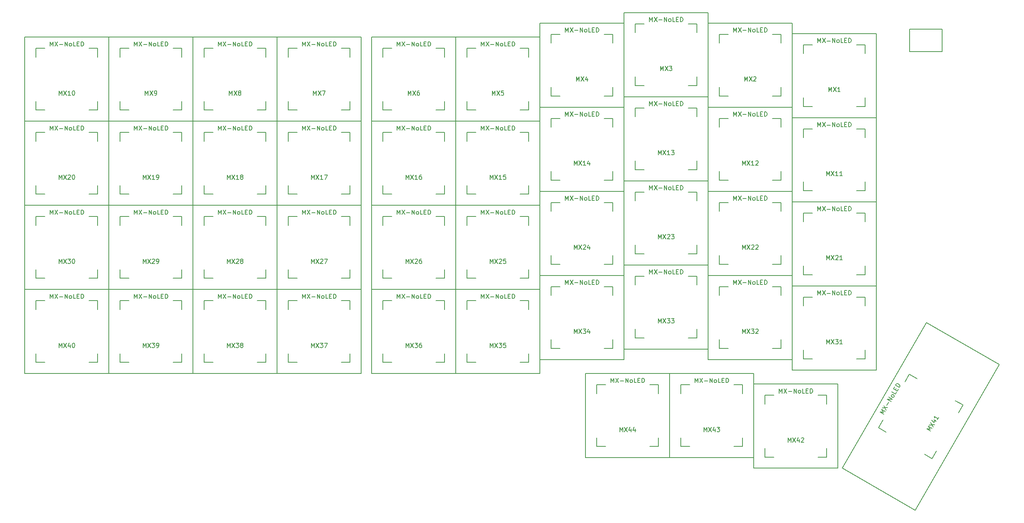
<source format=gbr>
%TF.GenerationSoftware,KiCad,Pcbnew,(5.1.9-0-10_14)*%
%TF.CreationDate,2021-04-19T01:17:04-05:00*%
%TF.ProjectId,wren-left,7772656e-2d6c-4656-9674-2e6b69636164,rev?*%
%TF.SameCoordinates,Original*%
%TF.FileFunction,OtherDrawing,Comment*%
%FSLAX46Y46*%
G04 Gerber Fmt 4.6, Leading zero omitted, Abs format (unit mm)*
G04 Created by KiCad (PCBNEW (5.1.9-0-10_14)) date 2021-04-19 01:17:04*
%MOMM*%
%LPD*%
G01*
G04 APERTURE LIST*
%ADD10C,0.150000*%
%ADD11C,0.200000*%
G04 APERTURE END LIST*
D10*
%TO.C,MX41*%
X236658322Y-105041123D02*
X237658322Y-103309072D01*
X237658322Y-103309072D02*
X239390373Y-104309072D01*
X248782678Y-112041123D02*
X249782678Y-110309072D01*
X249782678Y-110309072D02*
X248050627Y-109309072D01*
X241050627Y-121433428D02*
X242782678Y-122433428D01*
X242782678Y-122433428D02*
X243782678Y-120701377D01*
X231658322Y-113701377D02*
X230658322Y-115433428D01*
X230658322Y-115433428D02*
X232390373Y-116433428D01*
X222446608Y-124606534D02*
X241496608Y-91610966D01*
X241496608Y-91610966D02*
X257994392Y-101135966D01*
X238944392Y-134131534D02*
X257994392Y-101135966D01*
X238944392Y-134131534D02*
X222446608Y-124606534D01*
D11*
%TO.C,U1*%
X237744000Y-30226000D02*
X245110000Y-30226000D01*
X245110000Y-30226000D02*
X245110000Y-25146000D01*
X245110000Y-25146000D02*
X237744000Y-25146000D01*
X237744000Y-25146000D02*
X237744000Y-30226000D01*
D10*
%TO.C,MX44*%
X178831250Y-105712500D02*
X180831250Y-105712500D01*
X180831250Y-105712500D02*
X180831250Y-107712500D01*
X178831250Y-119712500D02*
X180831250Y-119712500D01*
X180831250Y-119712500D02*
X180831250Y-117712500D01*
X166831250Y-117712500D02*
X166831250Y-119712500D01*
X166831250Y-119712500D02*
X168831250Y-119712500D01*
X168831250Y-105712500D02*
X166831250Y-105712500D01*
X166831250Y-105712500D02*
X166831250Y-107712500D01*
X164306250Y-103187500D02*
X183356250Y-103187500D01*
X183356250Y-103187500D02*
X183356250Y-122237500D01*
X183356250Y-122237500D02*
X164306250Y-122237500D01*
X164306250Y-122237500D02*
X164306250Y-103187500D01*
%TO.C,MX43*%
X197881250Y-105712500D02*
X199881250Y-105712500D01*
X199881250Y-105712500D02*
X199881250Y-107712500D01*
X197881250Y-119712500D02*
X199881250Y-119712500D01*
X199881250Y-119712500D02*
X199881250Y-117712500D01*
X185881250Y-117712500D02*
X185881250Y-119712500D01*
X185881250Y-119712500D02*
X187881250Y-119712500D01*
X187881250Y-105712500D02*
X185881250Y-105712500D01*
X185881250Y-105712500D02*
X185881250Y-107712500D01*
X183356250Y-103187500D02*
X202406250Y-103187500D01*
X202406250Y-103187500D02*
X202406250Y-122237500D01*
X202406250Y-122237500D02*
X183356250Y-122237500D01*
X183356250Y-122237500D02*
X183356250Y-103187500D01*
%TO.C,MX42*%
X216931250Y-108093750D02*
X218931250Y-108093750D01*
X218931250Y-108093750D02*
X218931250Y-110093750D01*
X216931250Y-122093750D02*
X218931250Y-122093750D01*
X218931250Y-122093750D02*
X218931250Y-120093750D01*
X204931250Y-120093750D02*
X204931250Y-122093750D01*
X204931250Y-122093750D02*
X206931250Y-122093750D01*
X206931250Y-108093750D02*
X204931250Y-108093750D01*
X204931250Y-108093750D02*
X204931250Y-110093750D01*
X202406250Y-105568750D02*
X221456250Y-105568750D01*
X221456250Y-105568750D02*
X221456250Y-124618750D01*
X221456250Y-124618750D02*
X202406250Y-124618750D01*
X202406250Y-124618750D02*
X202406250Y-105568750D01*
%TO.C,MX40*%
X51831250Y-86662500D02*
X53831250Y-86662500D01*
X53831250Y-86662500D02*
X53831250Y-88662500D01*
X51831250Y-100662500D02*
X53831250Y-100662500D01*
X53831250Y-100662500D02*
X53831250Y-98662500D01*
X39831250Y-98662500D02*
X39831250Y-100662500D01*
X39831250Y-100662500D02*
X41831250Y-100662500D01*
X41831250Y-86662500D02*
X39831250Y-86662500D01*
X39831250Y-86662500D02*
X39831250Y-88662500D01*
X37306250Y-84137500D02*
X56356250Y-84137500D01*
X56356250Y-84137500D02*
X56356250Y-103187500D01*
X56356250Y-103187500D02*
X37306250Y-103187500D01*
X37306250Y-103187500D02*
X37306250Y-84137500D01*
%TO.C,MX39*%
X70881250Y-86662500D02*
X72881250Y-86662500D01*
X72881250Y-86662500D02*
X72881250Y-88662500D01*
X70881250Y-100662500D02*
X72881250Y-100662500D01*
X72881250Y-100662500D02*
X72881250Y-98662500D01*
X58881250Y-98662500D02*
X58881250Y-100662500D01*
X58881250Y-100662500D02*
X60881250Y-100662500D01*
X60881250Y-86662500D02*
X58881250Y-86662500D01*
X58881250Y-86662500D02*
X58881250Y-88662500D01*
X56356250Y-84137500D02*
X75406250Y-84137500D01*
X75406250Y-84137500D02*
X75406250Y-103187500D01*
X75406250Y-103187500D02*
X56356250Y-103187500D01*
X56356250Y-103187500D02*
X56356250Y-84137500D01*
%TO.C,MX38*%
X89931250Y-86662500D02*
X91931250Y-86662500D01*
X91931250Y-86662500D02*
X91931250Y-88662500D01*
X89931250Y-100662500D02*
X91931250Y-100662500D01*
X91931250Y-100662500D02*
X91931250Y-98662500D01*
X77931250Y-98662500D02*
X77931250Y-100662500D01*
X77931250Y-100662500D02*
X79931250Y-100662500D01*
X79931250Y-86662500D02*
X77931250Y-86662500D01*
X77931250Y-86662500D02*
X77931250Y-88662500D01*
X75406250Y-84137500D02*
X94456250Y-84137500D01*
X94456250Y-84137500D02*
X94456250Y-103187500D01*
X94456250Y-103187500D02*
X75406250Y-103187500D01*
X75406250Y-103187500D02*
X75406250Y-84137500D01*
%TO.C,MX37*%
X108981250Y-86662500D02*
X110981250Y-86662500D01*
X110981250Y-86662500D02*
X110981250Y-88662500D01*
X108981250Y-100662500D02*
X110981250Y-100662500D01*
X110981250Y-100662500D02*
X110981250Y-98662500D01*
X96981250Y-98662500D02*
X96981250Y-100662500D01*
X96981250Y-100662500D02*
X98981250Y-100662500D01*
X98981250Y-86662500D02*
X96981250Y-86662500D01*
X96981250Y-86662500D02*
X96981250Y-88662500D01*
X94456250Y-84137500D02*
X113506250Y-84137500D01*
X113506250Y-84137500D02*
X113506250Y-103187500D01*
X113506250Y-103187500D02*
X94456250Y-103187500D01*
X94456250Y-103187500D02*
X94456250Y-84137500D01*
%TO.C,MX36*%
X130412500Y-86662500D02*
X132412500Y-86662500D01*
X132412500Y-86662500D02*
X132412500Y-88662500D01*
X130412500Y-100662500D02*
X132412500Y-100662500D01*
X132412500Y-100662500D02*
X132412500Y-98662500D01*
X118412500Y-98662500D02*
X118412500Y-100662500D01*
X118412500Y-100662500D02*
X120412500Y-100662500D01*
X120412500Y-86662500D02*
X118412500Y-86662500D01*
X118412500Y-86662500D02*
X118412500Y-88662500D01*
X115887500Y-84137500D02*
X134937500Y-84137500D01*
X134937500Y-84137500D02*
X134937500Y-103187500D01*
X134937500Y-103187500D02*
X115887500Y-103187500D01*
X115887500Y-103187500D02*
X115887500Y-84137500D01*
%TO.C,MX35*%
X149462500Y-86662500D02*
X151462500Y-86662500D01*
X151462500Y-86662500D02*
X151462500Y-88662500D01*
X149462500Y-100662500D02*
X151462500Y-100662500D01*
X151462500Y-100662500D02*
X151462500Y-98662500D01*
X137462500Y-98662500D02*
X137462500Y-100662500D01*
X137462500Y-100662500D02*
X139462500Y-100662500D01*
X139462500Y-86662500D02*
X137462500Y-86662500D01*
X137462500Y-86662500D02*
X137462500Y-88662500D01*
X134937500Y-84137500D02*
X153987500Y-84137500D01*
X153987500Y-84137500D02*
X153987500Y-103187500D01*
X153987500Y-103187500D02*
X134937500Y-103187500D01*
X134937500Y-103187500D02*
X134937500Y-84137500D01*
%TO.C,MX34*%
X168512500Y-83487500D02*
X170512500Y-83487500D01*
X170512500Y-83487500D02*
X170512500Y-85487500D01*
X168512500Y-97487500D02*
X170512500Y-97487500D01*
X170512500Y-97487500D02*
X170512500Y-95487500D01*
X156512500Y-95487500D02*
X156512500Y-97487500D01*
X156512500Y-97487500D02*
X158512500Y-97487500D01*
X158512500Y-83487500D02*
X156512500Y-83487500D01*
X156512500Y-83487500D02*
X156512500Y-85487500D01*
X153987500Y-80962500D02*
X173037500Y-80962500D01*
X173037500Y-80962500D02*
X173037500Y-100012500D01*
X173037500Y-100012500D02*
X153987500Y-100012500D01*
X153987500Y-100012500D02*
X153987500Y-80962500D01*
%TO.C,MX33*%
X187562500Y-81106250D02*
X189562500Y-81106250D01*
X189562500Y-81106250D02*
X189562500Y-83106250D01*
X187562500Y-95106250D02*
X189562500Y-95106250D01*
X189562500Y-95106250D02*
X189562500Y-93106250D01*
X175562500Y-93106250D02*
X175562500Y-95106250D01*
X175562500Y-95106250D02*
X177562500Y-95106250D01*
X177562500Y-81106250D02*
X175562500Y-81106250D01*
X175562500Y-81106250D02*
X175562500Y-83106250D01*
X173037500Y-78581250D02*
X192087500Y-78581250D01*
X192087500Y-78581250D02*
X192087500Y-97631250D01*
X192087500Y-97631250D02*
X173037500Y-97631250D01*
X173037500Y-97631250D02*
X173037500Y-78581250D01*
%TO.C,MX32*%
X206612500Y-83487500D02*
X208612500Y-83487500D01*
X208612500Y-83487500D02*
X208612500Y-85487500D01*
X206612500Y-97487500D02*
X208612500Y-97487500D01*
X208612500Y-97487500D02*
X208612500Y-95487500D01*
X194612500Y-95487500D02*
X194612500Y-97487500D01*
X194612500Y-97487500D02*
X196612500Y-97487500D01*
X196612500Y-83487500D02*
X194612500Y-83487500D01*
X194612500Y-83487500D02*
X194612500Y-85487500D01*
X192087500Y-80962500D02*
X211137500Y-80962500D01*
X211137500Y-80962500D02*
X211137500Y-100012500D01*
X211137500Y-100012500D02*
X192087500Y-100012500D01*
X192087500Y-100012500D02*
X192087500Y-80962500D01*
%TO.C,MX31*%
X225662500Y-85868750D02*
X227662500Y-85868750D01*
X227662500Y-85868750D02*
X227662500Y-87868750D01*
X225662500Y-99868750D02*
X227662500Y-99868750D01*
X227662500Y-99868750D02*
X227662500Y-97868750D01*
X213662500Y-97868750D02*
X213662500Y-99868750D01*
X213662500Y-99868750D02*
X215662500Y-99868750D01*
X215662500Y-85868750D02*
X213662500Y-85868750D01*
X213662500Y-85868750D02*
X213662500Y-87868750D01*
X211137500Y-83343750D02*
X230187500Y-83343750D01*
X230187500Y-83343750D02*
X230187500Y-102393750D01*
X230187500Y-102393750D02*
X211137500Y-102393750D01*
X211137500Y-102393750D02*
X211137500Y-83343750D01*
%TO.C,MX30*%
X51831250Y-67612500D02*
X53831250Y-67612500D01*
X53831250Y-67612500D02*
X53831250Y-69612500D01*
X51831250Y-81612500D02*
X53831250Y-81612500D01*
X53831250Y-81612500D02*
X53831250Y-79612500D01*
X39831250Y-79612500D02*
X39831250Y-81612500D01*
X39831250Y-81612500D02*
X41831250Y-81612500D01*
X41831250Y-67612500D02*
X39831250Y-67612500D01*
X39831250Y-67612500D02*
X39831250Y-69612500D01*
X37306250Y-65087500D02*
X56356250Y-65087500D01*
X56356250Y-65087500D02*
X56356250Y-84137500D01*
X56356250Y-84137500D02*
X37306250Y-84137500D01*
X37306250Y-84137500D02*
X37306250Y-65087500D01*
%TO.C,MX29*%
X70881250Y-67612500D02*
X72881250Y-67612500D01*
X72881250Y-67612500D02*
X72881250Y-69612500D01*
X70881250Y-81612500D02*
X72881250Y-81612500D01*
X72881250Y-81612500D02*
X72881250Y-79612500D01*
X58881250Y-79612500D02*
X58881250Y-81612500D01*
X58881250Y-81612500D02*
X60881250Y-81612500D01*
X60881250Y-67612500D02*
X58881250Y-67612500D01*
X58881250Y-67612500D02*
X58881250Y-69612500D01*
X56356250Y-65087500D02*
X75406250Y-65087500D01*
X75406250Y-65087500D02*
X75406250Y-84137500D01*
X75406250Y-84137500D02*
X56356250Y-84137500D01*
X56356250Y-84137500D02*
X56356250Y-65087500D01*
%TO.C,MX28*%
X89931250Y-67612500D02*
X91931250Y-67612500D01*
X91931250Y-67612500D02*
X91931250Y-69612500D01*
X89931250Y-81612500D02*
X91931250Y-81612500D01*
X91931250Y-81612500D02*
X91931250Y-79612500D01*
X77931250Y-79612500D02*
X77931250Y-81612500D01*
X77931250Y-81612500D02*
X79931250Y-81612500D01*
X79931250Y-67612500D02*
X77931250Y-67612500D01*
X77931250Y-67612500D02*
X77931250Y-69612500D01*
X75406250Y-65087500D02*
X94456250Y-65087500D01*
X94456250Y-65087500D02*
X94456250Y-84137500D01*
X94456250Y-84137500D02*
X75406250Y-84137500D01*
X75406250Y-84137500D02*
X75406250Y-65087500D01*
%TO.C,MX27*%
X108981250Y-67612500D02*
X110981250Y-67612500D01*
X110981250Y-67612500D02*
X110981250Y-69612500D01*
X108981250Y-81612500D02*
X110981250Y-81612500D01*
X110981250Y-81612500D02*
X110981250Y-79612500D01*
X96981250Y-79612500D02*
X96981250Y-81612500D01*
X96981250Y-81612500D02*
X98981250Y-81612500D01*
X98981250Y-67612500D02*
X96981250Y-67612500D01*
X96981250Y-67612500D02*
X96981250Y-69612500D01*
X94456250Y-65087500D02*
X113506250Y-65087500D01*
X113506250Y-65087500D02*
X113506250Y-84137500D01*
X113506250Y-84137500D02*
X94456250Y-84137500D01*
X94456250Y-84137500D02*
X94456250Y-65087500D01*
%TO.C,MX26*%
X130412500Y-67612500D02*
X132412500Y-67612500D01*
X132412500Y-67612500D02*
X132412500Y-69612500D01*
X130412500Y-81612500D02*
X132412500Y-81612500D01*
X132412500Y-81612500D02*
X132412500Y-79612500D01*
X118412500Y-79612500D02*
X118412500Y-81612500D01*
X118412500Y-81612500D02*
X120412500Y-81612500D01*
X120412500Y-67612500D02*
X118412500Y-67612500D01*
X118412500Y-67612500D02*
X118412500Y-69612500D01*
X115887500Y-65087500D02*
X134937500Y-65087500D01*
X134937500Y-65087500D02*
X134937500Y-84137500D01*
X134937500Y-84137500D02*
X115887500Y-84137500D01*
X115887500Y-84137500D02*
X115887500Y-65087500D01*
%TO.C,MX25*%
X149462500Y-67612500D02*
X151462500Y-67612500D01*
X151462500Y-67612500D02*
X151462500Y-69612500D01*
X149462500Y-81612500D02*
X151462500Y-81612500D01*
X151462500Y-81612500D02*
X151462500Y-79612500D01*
X137462500Y-79612500D02*
X137462500Y-81612500D01*
X137462500Y-81612500D02*
X139462500Y-81612500D01*
X139462500Y-67612500D02*
X137462500Y-67612500D01*
X137462500Y-67612500D02*
X137462500Y-69612500D01*
X134937500Y-65087500D02*
X153987500Y-65087500D01*
X153987500Y-65087500D02*
X153987500Y-84137500D01*
X153987500Y-84137500D02*
X134937500Y-84137500D01*
X134937500Y-84137500D02*
X134937500Y-65087500D01*
%TO.C,MX24*%
X168512500Y-64437500D02*
X170512500Y-64437500D01*
X170512500Y-64437500D02*
X170512500Y-66437500D01*
X168512500Y-78437500D02*
X170512500Y-78437500D01*
X170512500Y-78437500D02*
X170512500Y-76437500D01*
X156512500Y-76437500D02*
X156512500Y-78437500D01*
X156512500Y-78437500D02*
X158512500Y-78437500D01*
X158512500Y-64437500D02*
X156512500Y-64437500D01*
X156512500Y-64437500D02*
X156512500Y-66437500D01*
X153987500Y-61912500D02*
X173037500Y-61912500D01*
X173037500Y-61912500D02*
X173037500Y-80962500D01*
X173037500Y-80962500D02*
X153987500Y-80962500D01*
X153987500Y-80962500D02*
X153987500Y-61912500D01*
%TO.C,MX23*%
X187562500Y-62056250D02*
X189562500Y-62056250D01*
X189562500Y-62056250D02*
X189562500Y-64056250D01*
X187562500Y-76056250D02*
X189562500Y-76056250D01*
X189562500Y-76056250D02*
X189562500Y-74056250D01*
X175562500Y-74056250D02*
X175562500Y-76056250D01*
X175562500Y-76056250D02*
X177562500Y-76056250D01*
X177562500Y-62056250D02*
X175562500Y-62056250D01*
X175562500Y-62056250D02*
X175562500Y-64056250D01*
X173037500Y-59531250D02*
X192087500Y-59531250D01*
X192087500Y-59531250D02*
X192087500Y-78581250D01*
X192087500Y-78581250D02*
X173037500Y-78581250D01*
X173037500Y-78581250D02*
X173037500Y-59531250D01*
%TO.C,MX22*%
X206612500Y-64437500D02*
X208612500Y-64437500D01*
X208612500Y-64437500D02*
X208612500Y-66437500D01*
X206612500Y-78437500D02*
X208612500Y-78437500D01*
X208612500Y-78437500D02*
X208612500Y-76437500D01*
X194612500Y-76437500D02*
X194612500Y-78437500D01*
X194612500Y-78437500D02*
X196612500Y-78437500D01*
X196612500Y-64437500D02*
X194612500Y-64437500D01*
X194612500Y-64437500D02*
X194612500Y-66437500D01*
X192087500Y-61912500D02*
X211137500Y-61912500D01*
X211137500Y-61912500D02*
X211137500Y-80962500D01*
X211137500Y-80962500D02*
X192087500Y-80962500D01*
X192087500Y-80962500D02*
X192087500Y-61912500D01*
%TO.C,MX21*%
X225662500Y-66818750D02*
X227662500Y-66818750D01*
X227662500Y-66818750D02*
X227662500Y-68818750D01*
X225662500Y-80818750D02*
X227662500Y-80818750D01*
X227662500Y-80818750D02*
X227662500Y-78818750D01*
X213662500Y-78818750D02*
X213662500Y-80818750D01*
X213662500Y-80818750D02*
X215662500Y-80818750D01*
X215662500Y-66818750D02*
X213662500Y-66818750D01*
X213662500Y-66818750D02*
X213662500Y-68818750D01*
X211137500Y-64293750D02*
X230187500Y-64293750D01*
X230187500Y-64293750D02*
X230187500Y-83343750D01*
X230187500Y-83343750D02*
X211137500Y-83343750D01*
X211137500Y-83343750D02*
X211137500Y-64293750D01*
%TO.C,MX20*%
X51831250Y-48562500D02*
X53831250Y-48562500D01*
X53831250Y-48562500D02*
X53831250Y-50562500D01*
X51831250Y-62562500D02*
X53831250Y-62562500D01*
X53831250Y-62562500D02*
X53831250Y-60562500D01*
X39831250Y-60562500D02*
X39831250Y-62562500D01*
X39831250Y-62562500D02*
X41831250Y-62562500D01*
X41831250Y-48562500D02*
X39831250Y-48562500D01*
X39831250Y-48562500D02*
X39831250Y-50562500D01*
X37306250Y-46037500D02*
X56356250Y-46037500D01*
X56356250Y-46037500D02*
X56356250Y-65087500D01*
X56356250Y-65087500D02*
X37306250Y-65087500D01*
X37306250Y-65087500D02*
X37306250Y-46037500D01*
%TO.C,MX19*%
X70881250Y-48562500D02*
X72881250Y-48562500D01*
X72881250Y-48562500D02*
X72881250Y-50562500D01*
X70881250Y-62562500D02*
X72881250Y-62562500D01*
X72881250Y-62562500D02*
X72881250Y-60562500D01*
X58881250Y-60562500D02*
X58881250Y-62562500D01*
X58881250Y-62562500D02*
X60881250Y-62562500D01*
X60881250Y-48562500D02*
X58881250Y-48562500D01*
X58881250Y-48562500D02*
X58881250Y-50562500D01*
X56356250Y-46037500D02*
X75406250Y-46037500D01*
X75406250Y-46037500D02*
X75406250Y-65087500D01*
X75406250Y-65087500D02*
X56356250Y-65087500D01*
X56356250Y-65087500D02*
X56356250Y-46037500D01*
%TO.C,MX18*%
X89931250Y-48562500D02*
X91931250Y-48562500D01*
X91931250Y-48562500D02*
X91931250Y-50562500D01*
X89931250Y-62562500D02*
X91931250Y-62562500D01*
X91931250Y-62562500D02*
X91931250Y-60562500D01*
X77931250Y-60562500D02*
X77931250Y-62562500D01*
X77931250Y-62562500D02*
X79931250Y-62562500D01*
X79931250Y-48562500D02*
X77931250Y-48562500D01*
X77931250Y-48562500D02*
X77931250Y-50562500D01*
X75406250Y-46037500D02*
X94456250Y-46037500D01*
X94456250Y-46037500D02*
X94456250Y-65087500D01*
X94456250Y-65087500D02*
X75406250Y-65087500D01*
X75406250Y-65087500D02*
X75406250Y-46037500D01*
%TO.C,MX17*%
X108981250Y-48562500D02*
X110981250Y-48562500D01*
X110981250Y-48562500D02*
X110981250Y-50562500D01*
X108981250Y-62562500D02*
X110981250Y-62562500D01*
X110981250Y-62562500D02*
X110981250Y-60562500D01*
X96981250Y-60562500D02*
X96981250Y-62562500D01*
X96981250Y-62562500D02*
X98981250Y-62562500D01*
X98981250Y-48562500D02*
X96981250Y-48562500D01*
X96981250Y-48562500D02*
X96981250Y-50562500D01*
X94456250Y-46037500D02*
X113506250Y-46037500D01*
X113506250Y-46037500D02*
X113506250Y-65087500D01*
X113506250Y-65087500D02*
X94456250Y-65087500D01*
X94456250Y-65087500D02*
X94456250Y-46037500D01*
%TO.C,MX16*%
X130412500Y-48562500D02*
X132412500Y-48562500D01*
X132412500Y-48562500D02*
X132412500Y-50562500D01*
X130412500Y-62562500D02*
X132412500Y-62562500D01*
X132412500Y-62562500D02*
X132412500Y-60562500D01*
X118412500Y-60562500D02*
X118412500Y-62562500D01*
X118412500Y-62562500D02*
X120412500Y-62562500D01*
X120412500Y-48562500D02*
X118412500Y-48562500D01*
X118412500Y-48562500D02*
X118412500Y-50562500D01*
X115887500Y-46037500D02*
X134937500Y-46037500D01*
X134937500Y-46037500D02*
X134937500Y-65087500D01*
X134937500Y-65087500D02*
X115887500Y-65087500D01*
X115887500Y-65087500D02*
X115887500Y-46037500D01*
%TO.C,MX15*%
X149462500Y-48562500D02*
X151462500Y-48562500D01*
X151462500Y-48562500D02*
X151462500Y-50562500D01*
X149462500Y-62562500D02*
X151462500Y-62562500D01*
X151462500Y-62562500D02*
X151462500Y-60562500D01*
X137462500Y-60562500D02*
X137462500Y-62562500D01*
X137462500Y-62562500D02*
X139462500Y-62562500D01*
X139462500Y-48562500D02*
X137462500Y-48562500D01*
X137462500Y-48562500D02*
X137462500Y-50562500D01*
X134937500Y-46037500D02*
X153987500Y-46037500D01*
X153987500Y-46037500D02*
X153987500Y-65087500D01*
X153987500Y-65087500D02*
X134937500Y-65087500D01*
X134937500Y-65087500D02*
X134937500Y-46037500D01*
%TO.C,MX14*%
X168512500Y-45387500D02*
X170512500Y-45387500D01*
X170512500Y-45387500D02*
X170512500Y-47387500D01*
X168512500Y-59387500D02*
X170512500Y-59387500D01*
X170512500Y-59387500D02*
X170512500Y-57387500D01*
X156512500Y-57387500D02*
X156512500Y-59387500D01*
X156512500Y-59387500D02*
X158512500Y-59387500D01*
X158512500Y-45387500D02*
X156512500Y-45387500D01*
X156512500Y-45387500D02*
X156512500Y-47387500D01*
X153987500Y-42862500D02*
X173037500Y-42862500D01*
X173037500Y-42862500D02*
X173037500Y-61912500D01*
X173037500Y-61912500D02*
X153987500Y-61912500D01*
X153987500Y-61912500D02*
X153987500Y-42862500D01*
%TO.C,MX13*%
X187562500Y-43006250D02*
X189562500Y-43006250D01*
X189562500Y-43006250D02*
X189562500Y-45006250D01*
X187562500Y-57006250D02*
X189562500Y-57006250D01*
X189562500Y-57006250D02*
X189562500Y-55006250D01*
X175562500Y-55006250D02*
X175562500Y-57006250D01*
X175562500Y-57006250D02*
X177562500Y-57006250D01*
X177562500Y-43006250D02*
X175562500Y-43006250D01*
X175562500Y-43006250D02*
X175562500Y-45006250D01*
X173037500Y-40481250D02*
X192087500Y-40481250D01*
X192087500Y-40481250D02*
X192087500Y-59531250D01*
X192087500Y-59531250D02*
X173037500Y-59531250D01*
X173037500Y-59531250D02*
X173037500Y-40481250D01*
%TO.C,MX12*%
X206612500Y-45387500D02*
X208612500Y-45387500D01*
X208612500Y-45387500D02*
X208612500Y-47387500D01*
X206612500Y-59387500D02*
X208612500Y-59387500D01*
X208612500Y-59387500D02*
X208612500Y-57387500D01*
X194612500Y-57387500D02*
X194612500Y-59387500D01*
X194612500Y-59387500D02*
X196612500Y-59387500D01*
X196612500Y-45387500D02*
X194612500Y-45387500D01*
X194612500Y-45387500D02*
X194612500Y-47387500D01*
X192087500Y-42862500D02*
X211137500Y-42862500D01*
X211137500Y-42862500D02*
X211137500Y-61912500D01*
X211137500Y-61912500D02*
X192087500Y-61912500D01*
X192087500Y-61912500D02*
X192087500Y-42862500D01*
%TO.C,MX11*%
X225662500Y-47768750D02*
X227662500Y-47768750D01*
X227662500Y-47768750D02*
X227662500Y-49768750D01*
X225662500Y-61768750D02*
X227662500Y-61768750D01*
X227662500Y-61768750D02*
X227662500Y-59768750D01*
X213662500Y-59768750D02*
X213662500Y-61768750D01*
X213662500Y-61768750D02*
X215662500Y-61768750D01*
X215662500Y-47768750D02*
X213662500Y-47768750D01*
X213662500Y-47768750D02*
X213662500Y-49768750D01*
X211137500Y-45243750D02*
X230187500Y-45243750D01*
X230187500Y-45243750D02*
X230187500Y-64293750D01*
X230187500Y-64293750D02*
X211137500Y-64293750D01*
X211137500Y-64293750D02*
X211137500Y-45243750D01*
%TO.C,MX10*%
X51831250Y-29512500D02*
X53831250Y-29512500D01*
X53831250Y-29512500D02*
X53831250Y-31512500D01*
X51831250Y-43512500D02*
X53831250Y-43512500D01*
X53831250Y-43512500D02*
X53831250Y-41512500D01*
X39831250Y-41512500D02*
X39831250Y-43512500D01*
X39831250Y-43512500D02*
X41831250Y-43512500D01*
X41831250Y-29512500D02*
X39831250Y-29512500D01*
X39831250Y-29512500D02*
X39831250Y-31512500D01*
X37306250Y-26987500D02*
X56356250Y-26987500D01*
X56356250Y-26987500D02*
X56356250Y-46037500D01*
X56356250Y-46037500D02*
X37306250Y-46037500D01*
X37306250Y-46037500D02*
X37306250Y-26987500D01*
%TO.C,MX9*%
X70881250Y-29512500D02*
X72881250Y-29512500D01*
X72881250Y-29512500D02*
X72881250Y-31512500D01*
X70881250Y-43512500D02*
X72881250Y-43512500D01*
X72881250Y-43512500D02*
X72881250Y-41512500D01*
X58881250Y-41512500D02*
X58881250Y-43512500D01*
X58881250Y-43512500D02*
X60881250Y-43512500D01*
X60881250Y-29512500D02*
X58881250Y-29512500D01*
X58881250Y-29512500D02*
X58881250Y-31512500D01*
X56356250Y-26987500D02*
X75406250Y-26987500D01*
X75406250Y-26987500D02*
X75406250Y-46037500D01*
X75406250Y-46037500D02*
X56356250Y-46037500D01*
X56356250Y-46037500D02*
X56356250Y-26987500D01*
%TO.C,MX8*%
X89931250Y-29512500D02*
X91931250Y-29512500D01*
X91931250Y-29512500D02*
X91931250Y-31512500D01*
X89931250Y-43512500D02*
X91931250Y-43512500D01*
X91931250Y-43512500D02*
X91931250Y-41512500D01*
X77931250Y-41512500D02*
X77931250Y-43512500D01*
X77931250Y-43512500D02*
X79931250Y-43512500D01*
X79931250Y-29512500D02*
X77931250Y-29512500D01*
X77931250Y-29512500D02*
X77931250Y-31512500D01*
X75406250Y-26987500D02*
X94456250Y-26987500D01*
X94456250Y-26987500D02*
X94456250Y-46037500D01*
X94456250Y-46037500D02*
X75406250Y-46037500D01*
X75406250Y-46037500D02*
X75406250Y-26987500D01*
%TO.C,MX7*%
X108981250Y-29512500D02*
X110981250Y-29512500D01*
X110981250Y-29512500D02*
X110981250Y-31512500D01*
X108981250Y-43512500D02*
X110981250Y-43512500D01*
X110981250Y-43512500D02*
X110981250Y-41512500D01*
X96981250Y-41512500D02*
X96981250Y-43512500D01*
X96981250Y-43512500D02*
X98981250Y-43512500D01*
X98981250Y-29512500D02*
X96981250Y-29512500D01*
X96981250Y-29512500D02*
X96981250Y-31512500D01*
X94456250Y-26987500D02*
X113506250Y-26987500D01*
X113506250Y-26987500D02*
X113506250Y-46037500D01*
X113506250Y-46037500D02*
X94456250Y-46037500D01*
X94456250Y-46037500D02*
X94456250Y-26987500D01*
%TO.C,MX6*%
X130412500Y-29512500D02*
X132412500Y-29512500D01*
X132412500Y-29512500D02*
X132412500Y-31512500D01*
X130412500Y-43512500D02*
X132412500Y-43512500D01*
X132412500Y-43512500D02*
X132412500Y-41512500D01*
X118412500Y-41512500D02*
X118412500Y-43512500D01*
X118412500Y-43512500D02*
X120412500Y-43512500D01*
X120412500Y-29512500D02*
X118412500Y-29512500D01*
X118412500Y-29512500D02*
X118412500Y-31512500D01*
X115887500Y-26987500D02*
X134937500Y-26987500D01*
X134937500Y-26987500D02*
X134937500Y-46037500D01*
X134937500Y-46037500D02*
X115887500Y-46037500D01*
X115887500Y-46037500D02*
X115887500Y-26987500D01*
%TO.C,MX5*%
X149462500Y-29512500D02*
X151462500Y-29512500D01*
X151462500Y-29512500D02*
X151462500Y-31512500D01*
X149462500Y-43512500D02*
X151462500Y-43512500D01*
X151462500Y-43512500D02*
X151462500Y-41512500D01*
X137462500Y-41512500D02*
X137462500Y-43512500D01*
X137462500Y-43512500D02*
X139462500Y-43512500D01*
X139462500Y-29512500D02*
X137462500Y-29512500D01*
X137462500Y-29512500D02*
X137462500Y-31512500D01*
X134937500Y-26987500D02*
X153987500Y-26987500D01*
X153987500Y-26987500D02*
X153987500Y-46037500D01*
X153987500Y-46037500D02*
X134937500Y-46037500D01*
X134937500Y-46037500D02*
X134937500Y-26987500D01*
%TO.C,MX4*%
X168512500Y-26337500D02*
X170512500Y-26337500D01*
X170512500Y-26337500D02*
X170512500Y-28337500D01*
X168512500Y-40337500D02*
X170512500Y-40337500D01*
X170512500Y-40337500D02*
X170512500Y-38337500D01*
X156512500Y-38337500D02*
X156512500Y-40337500D01*
X156512500Y-40337500D02*
X158512500Y-40337500D01*
X158512500Y-26337500D02*
X156512500Y-26337500D01*
X156512500Y-26337500D02*
X156512500Y-28337500D01*
X153987500Y-23812500D02*
X173037500Y-23812500D01*
X173037500Y-23812500D02*
X173037500Y-42862500D01*
X173037500Y-42862500D02*
X153987500Y-42862500D01*
X153987500Y-42862500D02*
X153987500Y-23812500D01*
%TO.C,MX3*%
X187562500Y-23956250D02*
X189562500Y-23956250D01*
X189562500Y-23956250D02*
X189562500Y-25956250D01*
X187562500Y-37956250D02*
X189562500Y-37956250D01*
X189562500Y-37956250D02*
X189562500Y-35956250D01*
X175562500Y-35956250D02*
X175562500Y-37956250D01*
X175562500Y-37956250D02*
X177562500Y-37956250D01*
X177562500Y-23956250D02*
X175562500Y-23956250D01*
X175562500Y-23956250D02*
X175562500Y-25956250D01*
X173037500Y-21431250D02*
X192087500Y-21431250D01*
X192087500Y-21431250D02*
X192087500Y-40481250D01*
X192087500Y-40481250D02*
X173037500Y-40481250D01*
X173037500Y-40481250D02*
X173037500Y-21431250D01*
%TO.C,MX2*%
X206612500Y-26337500D02*
X208612500Y-26337500D01*
X208612500Y-26337500D02*
X208612500Y-28337500D01*
X206612500Y-40337500D02*
X208612500Y-40337500D01*
X208612500Y-40337500D02*
X208612500Y-38337500D01*
X194612500Y-38337500D02*
X194612500Y-40337500D01*
X194612500Y-40337500D02*
X196612500Y-40337500D01*
X196612500Y-26337500D02*
X194612500Y-26337500D01*
X194612500Y-26337500D02*
X194612500Y-28337500D01*
X192087500Y-23812500D02*
X211137500Y-23812500D01*
X211137500Y-23812500D02*
X211137500Y-42862500D01*
X211137500Y-42862500D02*
X192087500Y-42862500D01*
X192087500Y-42862500D02*
X192087500Y-23812500D01*
%TO.C,MX1*%
X225662500Y-28718750D02*
X227662500Y-28718750D01*
X227662500Y-28718750D02*
X227662500Y-30718750D01*
X225662500Y-42718750D02*
X227662500Y-42718750D01*
X227662500Y-42718750D02*
X227662500Y-40718750D01*
X213662500Y-40718750D02*
X213662500Y-42718750D01*
X213662500Y-42718750D02*
X215662500Y-42718750D01*
X215662500Y-28718750D02*
X213662500Y-28718750D01*
X213662500Y-28718750D02*
X213662500Y-30718750D01*
X211137500Y-26193750D02*
X230187500Y-26193750D01*
X230187500Y-26193750D02*
X230187500Y-45243750D01*
X230187500Y-45243750D02*
X211137500Y-45243750D01*
X211137500Y-45243750D02*
X211137500Y-26193750D01*
%TD*%
%TO.C,MX41*%
X242480952Y-116210794D02*
X241614926Y-115710794D01*
X242400182Y-115779262D01*
X241948259Y-115133444D01*
X242814285Y-115633444D01*
X242138736Y-114803530D02*
X243338094Y-114726179D01*
X242472069Y-114226179D02*
X243004761Y-115303530D01*
X243165506Y-113691778D02*
X243742856Y-114025111D01*
X242716544Y-113707498D02*
X243216086Y-114270837D01*
X243525610Y-113734727D01*
X244266666Y-113117846D02*
X243980952Y-113612718D01*
X244123809Y-113365282D02*
X243257783Y-112865282D01*
X243333882Y-113019189D01*
X243368742Y-113149287D01*
X243362362Y-113255575D01*
X231857244Y-112386595D02*
X230991218Y-111886595D01*
X231776474Y-111955063D01*
X231324551Y-111309245D01*
X232190577Y-111809245D01*
X231515028Y-110979330D02*
X232714386Y-110901980D01*
X231848361Y-110401980D02*
X232381053Y-111479330D01*
X232574948Y-110381589D02*
X232955901Y-109721761D01*
X233523910Y-109499844D02*
X232657885Y-108999844D01*
X233809624Y-109004972D01*
X232943599Y-108504972D01*
X234119148Y-108468861D02*
X234030290Y-108527530D01*
X233965241Y-108544960D01*
X233858953Y-108538580D01*
X233611517Y-108395723D01*
X233552848Y-108306865D01*
X233535418Y-108241816D01*
X233541798Y-108135528D01*
X233613227Y-108011810D01*
X233702085Y-107953141D01*
X233767134Y-107935711D01*
X233873422Y-107942091D01*
X234120858Y-108084948D01*
X234179527Y-108173806D01*
X234196957Y-108238855D01*
X234190577Y-108345143D01*
X234119148Y-108468861D01*
X234738196Y-107396639D02*
X234500101Y-107809032D01*
X233634075Y-107309032D01*
X234451230Y-106846059D02*
X234617897Y-106557384D01*
X235142958Y-106695571D02*
X234904863Y-107107964D01*
X234038837Y-106607964D01*
X234276932Y-106195571D01*
X235357244Y-106324417D02*
X234491218Y-105824417D01*
X234610266Y-105618221D01*
X234722934Y-105518312D01*
X234853031Y-105483453D01*
X234959319Y-105489833D01*
X235148086Y-105543831D01*
X235271804Y-105615260D01*
X235412952Y-105751737D01*
X235471621Y-105840596D01*
X235506480Y-105970693D01*
X235476291Y-106118221D01*
X235357244Y-106324417D01*
%TO.C,MX44*%
X172069345Y-116339880D02*
X172069345Y-115339880D01*
X172402678Y-116054166D01*
X172736011Y-115339880D01*
X172736011Y-116339880D01*
X173116964Y-115339880D02*
X173783630Y-116339880D01*
X173783630Y-115339880D02*
X173116964Y-116339880D01*
X174593154Y-115673214D02*
X174593154Y-116339880D01*
X174355059Y-115292261D02*
X174116964Y-116006547D01*
X174736011Y-116006547D01*
X175545535Y-115673214D02*
X175545535Y-116339880D01*
X175307440Y-115292261D02*
X175069345Y-116006547D01*
X175688392Y-116006547D01*
X170069345Y-105227380D02*
X170069345Y-104227380D01*
X170402678Y-104941666D01*
X170736011Y-104227380D01*
X170736011Y-105227380D01*
X171116964Y-104227380D02*
X171783630Y-105227380D01*
X171783630Y-104227380D02*
X171116964Y-105227380D01*
X172164583Y-104846428D02*
X172926488Y-104846428D01*
X173402678Y-105227380D02*
X173402678Y-104227380D01*
X173974107Y-105227380D01*
X173974107Y-104227380D01*
X174593154Y-105227380D02*
X174497916Y-105179761D01*
X174450297Y-105132142D01*
X174402678Y-105036904D01*
X174402678Y-104751190D01*
X174450297Y-104655952D01*
X174497916Y-104608333D01*
X174593154Y-104560714D01*
X174736011Y-104560714D01*
X174831250Y-104608333D01*
X174878869Y-104655952D01*
X174926488Y-104751190D01*
X174926488Y-105036904D01*
X174878869Y-105132142D01*
X174831250Y-105179761D01*
X174736011Y-105227380D01*
X174593154Y-105227380D01*
X175831250Y-105227380D02*
X175355059Y-105227380D01*
X175355059Y-104227380D01*
X176164583Y-104703571D02*
X176497916Y-104703571D01*
X176640773Y-105227380D02*
X176164583Y-105227380D01*
X176164583Y-104227380D01*
X176640773Y-104227380D01*
X177069345Y-105227380D02*
X177069345Y-104227380D01*
X177307440Y-104227380D01*
X177450297Y-104275000D01*
X177545535Y-104370238D01*
X177593154Y-104465476D01*
X177640773Y-104655952D01*
X177640773Y-104798809D01*
X177593154Y-104989285D01*
X177545535Y-105084523D01*
X177450297Y-105179761D01*
X177307440Y-105227380D01*
X177069345Y-105227380D01*
%TO.C,MX43*%
X191119345Y-116339880D02*
X191119345Y-115339880D01*
X191452678Y-116054166D01*
X191786011Y-115339880D01*
X191786011Y-116339880D01*
X192166964Y-115339880D02*
X192833630Y-116339880D01*
X192833630Y-115339880D02*
X192166964Y-116339880D01*
X193643154Y-115673214D02*
X193643154Y-116339880D01*
X193405059Y-115292261D02*
X193166964Y-116006547D01*
X193786011Y-116006547D01*
X194071726Y-115339880D02*
X194690773Y-115339880D01*
X194357440Y-115720833D01*
X194500297Y-115720833D01*
X194595535Y-115768452D01*
X194643154Y-115816071D01*
X194690773Y-115911309D01*
X194690773Y-116149404D01*
X194643154Y-116244642D01*
X194595535Y-116292261D01*
X194500297Y-116339880D01*
X194214583Y-116339880D01*
X194119345Y-116292261D01*
X194071726Y-116244642D01*
X189119345Y-105227380D02*
X189119345Y-104227380D01*
X189452678Y-104941666D01*
X189786011Y-104227380D01*
X189786011Y-105227380D01*
X190166964Y-104227380D02*
X190833630Y-105227380D01*
X190833630Y-104227380D02*
X190166964Y-105227380D01*
X191214583Y-104846428D02*
X191976488Y-104846428D01*
X192452678Y-105227380D02*
X192452678Y-104227380D01*
X193024107Y-105227380D01*
X193024107Y-104227380D01*
X193643154Y-105227380D02*
X193547916Y-105179761D01*
X193500297Y-105132142D01*
X193452678Y-105036904D01*
X193452678Y-104751190D01*
X193500297Y-104655952D01*
X193547916Y-104608333D01*
X193643154Y-104560714D01*
X193786011Y-104560714D01*
X193881250Y-104608333D01*
X193928869Y-104655952D01*
X193976488Y-104751190D01*
X193976488Y-105036904D01*
X193928869Y-105132142D01*
X193881250Y-105179761D01*
X193786011Y-105227380D01*
X193643154Y-105227380D01*
X194881250Y-105227380D02*
X194405059Y-105227380D01*
X194405059Y-104227380D01*
X195214583Y-104703571D02*
X195547916Y-104703571D01*
X195690773Y-105227380D02*
X195214583Y-105227380D01*
X195214583Y-104227380D01*
X195690773Y-104227380D01*
X196119345Y-105227380D02*
X196119345Y-104227380D01*
X196357440Y-104227380D01*
X196500297Y-104275000D01*
X196595535Y-104370238D01*
X196643154Y-104465476D01*
X196690773Y-104655952D01*
X196690773Y-104798809D01*
X196643154Y-104989285D01*
X196595535Y-105084523D01*
X196500297Y-105179761D01*
X196357440Y-105227380D01*
X196119345Y-105227380D01*
%TO.C,MX42*%
X210169345Y-118721130D02*
X210169345Y-117721130D01*
X210502678Y-118435416D01*
X210836011Y-117721130D01*
X210836011Y-118721130D01*
X211216964Y-117721130D02*
X211883630Y-118721130D01*
X211883630Y-117721130D02*
X211216964Y-118721130D01*
X212693154Y-118054464D02*
X212693154Y-118721130D01*
X212455059Y-117673511D02*
X212216964Y-118387797D01*
X212836011Y-118387797D01*
X213169345Y-117816369D02*
X213216964Y-117768750D01*
X213312202Y-117721130D01*
X213550297Y-117721130D01*
X213645535Y-117768750D01*
X213693154Y-117816369D01*
X213740773Y-117911607D01*
X213740773Y-118006845D01*
X213693154Y-118149702D01*
X213121726Y-118721130D01*
X213740773Y-118721130D01*
X208169345Y-107608630D02*
X208169345Y-106608630D01*
X208502678Y-107322916D01*
X208836011Y-106608630D01*
X208836011Y-107608630D01*
X209216964Y-106608630D02*
X209883630Y-107608630D01*
X209883630Y-106608630D02*
X209216964Y-107608630D01*
X210264583Y-107227678D02*
X211026488Y-107227678D01*
X211502678Y-107608630D02*
X211502678Y-106608630D01*
X212074107Y-107608630D01*
X212074107Y-106608630D01*
X212693154Y-107608630D02*
X212597916Y-107561011D01*
X212550297Y-107513392D01*
X212502678Y-107418154D01*
X212502678Y-107132440D01*
X212550297Y-107037202D01*
X212597916Y-106989583D01*
X212693154Y-106941964D01*
X212836011Y-106941964D01*
X212931250Y-106989583D01*
X212978869Y-107037202D01*
X213026488Y-107132440D01*
X213026488Y-107418154D01*
X212978869Y-107513392D01*
X212931250Y-107561011D01*
X212836011Y-107608630D01*
X212693154Y-107608630D01*
X213931250Y-107608630D02*
X213455059Y-107608630D01*
X213455059Y-106608630D01*
X214264583Y-107084821D02*
X214597916Y-107084821D01*
X214740773Y-107608630D02*
X214264583Y-107608630D01*
X214264583Y-106608630D01*
X214740773Y-106608630D01*
X215169345Y-107608630D02*
X215169345Y-106608630D01*
X215407440Y-106608630D01*
X215550297Y-106656250D01*
X215645535Y-106751488D01*
X215693154Y-106846726D01*
X215740773Y-107037202D01*
X215740773Y-107180059D01*
X215693154Y-107370535D01*
X215645535Y-107465773D01*
X215550297Y-107561011D01*
X215407440Y-107608630D01*
X215169345Y-107608630D01*
%TO.C,MX40*%
X45069345Y-97289880D02*
X45069345Y-96289880D01*
X45402678Y-97004166D01*
X45736011Y-96289880D01*
X45736011Y-97289880D01*
X46116964Y-96289880D02*
X46783630Y-97289880D01*
X46783630Y-96289880D02*
X46116964Y-97289880D01*
X47593154Y-96623214D02*
X47593154Y-97289880D01*
X47355059Y-96242261D02*
X47116964Y-96956547D01*
X47736011Y-96956547D01*
X48307440Y-96289880D02*
X48402678Y-96289880D01*
X48497916Y-96337500D01*
X48545535Y-96385119D01*
X48593154Y-96480357D01*
X48640773Y-96670833D01*
X48640773Y-96908928D01*
X48593154Y-97099404D01*
X48545535Y-97194642D01*
X48497916Y-97242261D01*
X48402678Y-97289880D01*
X48307440Y-97289880D01*
X48212202Y-97242261D01*
X48164583Y-97194642D01*
X48116964Y-97099404D01*
X48069345Y-96908928D01*
X48069345Y-96670833D01*
X48116964Y-96480357D01*
X48164583Y-96385119D01*
X48212202Y-96337500D01*
X48307440Y-96289880D01*
X43069345Y-86177380D02*
X43069345Y-85177380D01*
X43402678Y-85891666D01*
X43736011Y-85177380D01*
X43736011Y-86177380D01*
X44116964Y-85177380D02*
X44783630Y-86177380D01*
X44783630Y-85177380D02*
X44116964Y-86177380D01*
X45164583Y-85796428D02*
X45926488Y-85796428D01*
X46402678Y-86177380D02*
X46402678Y-85177380D01*
X46974107Y-86177380D01*
X46974107Y-85177380D01*
X47593154Y-86177380D02*
X47497916Y-86129761D01*
X47450297Y-86082142D01*
X47402678Y-85986904D01*
X47402678Y-85701190D01*
X47450297Y-85605952D01*
X47497916Y-85558333D01*
X47593154Y-85510714D01*
X47736011Y-85510714D01*
X47831250Y-85558333D01*
X47878869Y-85605952D01*
X47926488Y-85701190D01*
X47926488Y-85986904D01*
X47878869Y-86082142D01*
X47831250Y-86129761D01*
X47736011Y-86177380D01*
X47593154Y-86177380D01*
X48831250Y-86177380D02*
X48355059Y-86177380D01*
X48355059Y-85177380D01*
X49164583Y-85653571D02*
X49497916Y-85653571D01*
X49640773Y-86177380D02*
X49164583Y-86177380D01*
X49164583Y-85177380D01*
X49640773Y-85177380D01*
X50069345Y-86177380D02*
X50069345Y-85177380D01*
X50307440Y-85177380D01*
X50450297Y-85225000D01*
X50545535Y-85320238D01*
X50593154Y-85415476D01*
X50640773Y-85605952D01*
X50640773Y-85748809D01*
X50593154Y-85939285D01*
X50545535Y-86034523D01*
X50450297Y-86129761D01*
X50307440Y-86177380D01*
X50069345Y-86177380D01*
%TO.C,MX39*%
X64119345Y-97289880D02*
X64119345Y-96289880D01*
X64452678Y-97004166D01*
X64786011Y-96289880D01*
X64786011Y-97289880D01*
X65166964Y-96289880D02*
X65833630Y-97289880D01*
X65833630Y-96289880D02*
X65166964Y-97289880D01*
X66119345Y-96289880D02*
X66738392Y-96289880D01*
X66405059Y-96670833D01*
X66547916Y-96670833D01*
X66643154Y-96718452D01*
X66690773Y-96766071D01*
X66738392Y-96861309D01*
X66738392Y-97099404D01*
X66690773Y-97194642D01*
X66643154Y-97242261D01*
X66547916Y-97289880D01*
X66262202Y-97289880D01*
X66166964Y-97242261D01*
X66119345Y-97194642D01*
X67214583Y-97289880D02*
X67405059Y-97289880D01*
X67500297Y-97242261D01*
X67547916Y-97194642D01*
X67643154Y-97051785D01*
X67690773Y-96861309D01*
X67690773Y-96480357D01*
X67643154Y-96385119D01*
X67595535Y-96337500D01*
X67500297Y-96289880D01*
X67309821Y-96289880D01*
X67214583Y-96337500D01*
X67166964Y-96385119D01*
X67119345Y-96480357D01*
X67119345Y-96718452D01*
X67166964Y-96813690D01*
X67214583Y-96861309D01*
X67309821Y-96908928D01*
X67500297Y-96908928D01*
X67595535Y-96861309D01*
X67643154Y-96813690D01*
X67690773Y-96718452D01*
X62119345Y-86177380D02*
X62119345Y-85177380D01*
X62452678Y-85891666D01*
X62786011Y-85177380D01*
X62786011Y-86177380D01*
X63166964Y-85177380D02*
X63833630Y-86177380D01*
X63833630Y-85177380D02*
X63166964Y-86177380D01*
X64214583Y-85796428D02*
X64976488Y-85796428D01*
X65452678Y-86177380D02*
X65452678Y-85177380D01*
X66024107Y-86177380D01*
X66024107Y-85177380D01*
X66643154Y-86177380D02*
X66547916Y-86129761D01*
X66500297Y-86082142D01*
X66452678Y-85986904D01*
X66452678Y-85701190D01*
X66500297Y-85605952D01*
X66547916Y-85558333D01*
X66643154Y-85510714D01*
X66786011Y-85510714D01*
X66881250Y-85558333D01*
X66928869Y-85605952D01*
X66976488Y-85701190D01*
X66976488Y-85986904D01*
X66928869Y-86082142D01*
X66881250Y-86129761D01*
X66786011Y-86177380D01*
X66643154Y-86177380D01*
X67881250Y-86177380D02*
X67405059Y-86177380D01*
X67405059Y-85177380D01*
X68214583Y-85653571D02*
X68547916Y-85653571D01*
X68690773Y-86177380D02*
X68214583Y-86177380D01*
X68214583Y-85177380D01*
X68690773Y-85177380D01*
X69119345Y-86177380D02*
X69119345Y-85177380D01*
X69357440Y-85177380D01*
X69500297Y-85225000D01*
X69595535Y-85320238D01*
X69643154Y-85415476D01*
X69690773Y-85605952D01*
X69690773Y-85748809D01*
X69643154Y-85939285D01*
X69595535Y-86034523D01*
X69500297Y-86129761D01*
X69357440Y-86177380D01*
X69119345Y-86177380D01*
%TO.C,MX38*%
X83169345Y-97289880D02*
X83169345Y-96289880D01*
X83502678Y-97004166D01*
X83836011Y-96289880D01*
X83836011Y-97289880D01*
X84216964Y-96289880D02*
X84883630Y-97289880D01*
X84883630Y-96289880D02*
X84216964Y-97289880D01*
X85169345Y-96289880D02*
X85788392Y-96289880D01*
X85455059Y-96670833D01*
X85597916Y-96670833D01*
X85693154Y-96718452D01*
X85740773Y-96766071D01*
X85788392Y-96861309D01*
X85788392Y-97099404D01*
X85740773Y-97194642D01*
X85693154Y-97242261D01*
X85597916Y-97289880D01*
X85312202Y-97289880D01*
X85216964Y-97242261D01*
X85169345Y-97194642D01*
X86359821Y-96718452D02*
X86264583Y-96670833D01*
X86216964Y-96623214D01*
X86169345Y-96527976D01*
X86169345Y-96480357D01*
X86216964Y-96385119D01*
X86264583Y-96337500D01*
X86359821Y-96289880D01*
X86550297Y-96289880D01*
X86645535Y-96337500D01*
X86693154Y-96385119D01*
X86740773Y-96480357D01*
X86740773Y-96527976D01*
X86693154Y-96623214D01*
X86645535Y-96670833D01*
X86550297Y-96718452D01*
X86359821Y-96718452D01*
X86264583Y-96766071D01*
X86216964Y-96813690D01*
X86169345Y-96908928D01*
X86169345Y-97099404D01*
X86216964Y-97194642D01*
X86264583Y-97242261D01*
X86359821Y-97289880D01*
X86550297Y-97289880D01*
X86645535Y-97242261D01*
X86693154Y-97194642D01*
X86740773Y-97099404D01*
X86740773Y-96908928D01*
X86693154Y-96813690D01*
X86645535Y-96766071D01*
X86550297Y-96718452D01*
X81169345Y-86177380D02*
X81169345Y-85177380D01*
X81502678Y-85891666D01*
X81836011Y-85177380D01*
X81836011Y-86177380D01*
X82216964Y-85177380D02*
X82883630Y-86177380D01*
X82883630Y-85177380D02*
X82216964Y-86177380D01*
X83264583Y-85796428D02*
X84026488Y-85796428D01*
X84502678Y-86177380D02*
X84502678Y-85177380D01*
X85074107Y-86177380D01*
X85074107Y-85177380D01*
X85693154Y-86177380D02*
X85597916Y-86129761D01*
X85550297Y-86082142D01*
X85502678Y-85986904D01*
X85502678Y-85701190D01*
X85550297Y-85605952D01*
X85597916Y-85558333D01*
X85693154Y-85510714D01*
X85836011Y-85510714D01*
X85931250Y-85558333D01*
X85978869Y-85605952D01*
X86026488Y-85701190D01*
X86026488Y-85986904D01*
X85978869Y-86082142D01*
X85931250Y-86129761D01*
X85836011Y-86177380D01*
X85693154Y-86177380D01*
X86931250Y-86177380D02*
X86455059Y-86177380D01*
X86455059Y-85177380D01*
X87264583Y-85653571D02*
X87597916Y-85653571D01*
X87740773Y-86177380D02*
X87264583Y-86177380D01*
X87264583Y-85177380D01*
X87740773Y-85177380D01*
X88169345Y-86177380D02*
X88169345Y-85177380D01*
X88407440Y-85177380D01*
X88550297Y-85225000D01*
X88645535Y-85320238D01*
X88693154Y-85415476D01*
X88740773Y-85605952D01*
X88740773Y-85748809D01*
X88693154Y-85939285D01*
X88645535Y-86034523D01*
X88550297Y-86129761D01*
X88407440Y-86177380D01*
X88169345Y-86177380D01*
%TO.C,MX37*%
X102219345Y-97289880D02*
X102219345Y-96289880D01*
X102552678Y-97004166D01*
X102886011Y-96289880D01*
X102886011Y-97289880D01*
X103266964Y-96289880D02*
X103933630Y-97289880D01*
X103933630Y-96289880D02*
X103266964Y-97289880D01*
X104219345Y-96289880D02*
X104838392Y-96289880D01*
X104505059Y-96670833D01*
X104647916Y-96670833D01*
X104743154Y-96718452D01*
X104790773Y-96766071D01*
X104838392Y-96861309D01*
X104838392Y-97099404D01*
X104790773Y-97194642D01*
X104743154Y-97242261D01*
X104647916Y-97289880D01*
X104362202Y-97289880D01*
X104266964Y-97242261D01*
X104219345Y-97194642D01*
X105171726Y-96289880D02*
X105838392Y-96289880D01*
X105409821Y-97289880D01*
X100219345Y-86177380D02*
X100219345Y-85177380D01*
X100552678Y-85891666D01*
X100886011Y-85177380D01*
X100886011Y-86177380D01*
X101266964Y-85177380D02*
X101933630Y-86177380D01*
X101933630Y-85177380D02*
X101266964Y-86177380D01*
X102314583Y-85796428D02*
X103076488Y-85796428D01*
X103552678Y-86177380D02*
X103552678Y-85177380D01*
X104124107Y-86177380D01*
X104124107Y-85177380D01*
X104743154Y-86177380D02*
X104647916Y-86129761D01*
X104600297Y-86082142D01*
X104552678Y-85986904D01*
X104552678Y-85701190D01*
X104600297Y-85605952D01*
X104647916Y-85558333D01*
X104743154Y-85510714D01*
X104886011Y-85510714D01*
X104981250Y-85558333D01*
X105028869Y-85605952D01*
X105076488Y-85701190D01*
X105076488Y-85986904D01*
X105028869Y-86082142D01*
X104981250Y-86129761D01*
X104886011Y-86177380D01*
X104743154Y-86177380D01*
X105981250Y-86177380D02*
X105505059Y-86177380D01*
X105505059Y-85177380D01*
X106314583Y-85653571D02*
X106647916Y-85653571D01*
X106790773Y-86177380D02*
X106314583Y-86177380D01*
X106314583Y-85177380D01*
X106790773Y-85177380D01*
X107219345Y-86177380D02*
X107219345Y-85177380D01*
X107457440Y-85177380D01*
X107600297Y-85225000D01*
X107695535Y-85320238D01*
X107743154Y-85415476D01*
X107790773Y-85605952D01*
X107790773Y-85748809D01*
X107743154Y-85939285D01*
X107695535Y-86034523D01*
X107600297Y-86129761D01*
X107457440Y-86177380D01*
X107219345Y-86177380D01*
%TO.C,MX36*%
X123650595Y-97289880D02*
X123650595Y-96289880D01*
X123983928Y-97004166D01*
X124317261Y-96289880D01*
X124317261Y-97289880D01*
X124698214Y-96289880D02*
X125364880Y-97289880D01*
X125364880Y-96289880D02*
X124698214Y-97289880D01*
X125650595Y-96289880D02*
X126269642Y-96289880D01*
X125936309Y-96670833D01*
X126079166Y-96670833D01*
X126174404Y-96718452D01*
X126222023Y-96766071D01*
X126269642Y-96861309D01*
X126269642Y-97099404D01*
X126222023Y-97194642D01*
X126174404Y-97242261D01*
X126079166Y-97289880D01*
X125793452Y-97289880D01*
X125698214Y-97242261D01*
X125650595Y-97194642D01*
X127126785Y-96289880D02*
X126936309Y-96289880D01*
X126841071Y-96337500D01*
X126793452Y-96385119D01*
X126698214Y-96527976D01*
X126650595Y-96718452D01*
X126650595Y-97099404D01*
X126698214Y-97194642D01*
X126745833Y-97242261D01*
X126841071Y-97289880D01*
X127031547Y-97289880D01*
X127126785Y-97242261D01*
X127174404Y-97194642D01*
X127222023Y-97099404D01*
X127222023Y-96861309D01*
X127174404Y-96766071D01*
X127126785Y-96718452D01*
X127031547Y-96670833D01*
X126841071Y-96670833D01*
X126745833Y-96718452D01*
X126698214Y-96766071D01*
X126650595Y-96861309D01*
X121650595Y-86177380D02*
X121650595Y-85177380D01*
X121983928Y-85891666D01*
X122317261Y-85177380D01*
X122317261Y-86177380D01*
X122698214Y-85177380D02*
X123364880Y-86177380D01*
X123364880Y-85177380D02*
X122698214Y-86177380D01*
X123745833Y-85796428D02*
X124507738Y-85796428D01*
X124983928Y-86177380D02*
X124983928Y-85177380D01*
X125555357Y-86177380D01*
X125555357Y-85177380D01*
X126174404Y-86177380D02*
X126079166Y-86129761D01*
X126031547Y-86082142D01*
X125983928Y-85986904D01*
X125983928Y-85701190D01*
X126031547Y-85605952D01*
X126079166Y-85558333D01*
X126174404Y-85510714D01*
X126317261Y-85510714D01*
X126412500Y-85558333D01*
X126460119Y-85605952D01*
X126507738Y-85701190D01*
X126507738Y-85986904D01*
X126460119Y-86082142D01*
X126412500Y-86129761D01*
X126317261Y-86177380D01*
X126174404Y-86177380D01*
X127412500Y-86177380D02*
X126936309Y-86177380D01*
X126936309Y-85177380D01*
X127745833Y-85653571D02*
X128079166Y-85653571D01*
X128222023Y-86177380D02*
X127745833Y-86177380D01*
X127745833Y-85177380D01*
X128222023Y-85177380D01*
X128650595Y-86177380D02*
X128650595Y-85177380D01*
X128888690Y-85177380D01*
X129031547Y-85225000D01*
X129126785Y-85320238D01*
X129174404Y-85415476D01*
X129222023Y-85605952D01*
X129222023Y-85748809D01*
X129174404Y-85939285D01*
X129126785Y-86034523D01*
X129031547Y-86129761D01*
X128888690Y-86177380D01*
X128650595Y-86177380D01*
%TO.C,MX35*%
X142700595Y-97289880D02*
X142700595Y-96289880D01*
X143033928Y-97004166D01*
X143367261Y-96289880D01*
X143367261Y-97289880D01*
X143748214Y-96289880D02*
X144414880Y-97289880D01*
X144414880Y-96289880D02*
X143748214Y-97289880D01*
X144700595Y-96289880D02*
X145319642Y-96289880D01*
X144986309Y-96670833D01*
X145129166Y-96670833D01*
X145224404Y-96718452D01*
X145272023Y-96766071D01*
X145319642Y-96861309D01*
X145319642Y-97099404D01*
X145272023Y-97194642D01*
X145224404Y-97242261D01*
X145129166Y-97289880D01*
X144843452Y-97289880D01*
X144748214Y-97242261D01*
X144700595Y-97194642D01*
X146224404Y-96289880D02*
X145748214Y-96289880D01*
X145700595Y-96766071D01*
X145748214Y-96718452D01*
X145843452Y-96670833D01*
X146081547Y-96670833D01*
X146176785Y-96718452D01*
X146224404Y-96766071D01*
X146272023Y-96861309D01*
X146272023Y-97099404D01*
X146224404Y-97194642D01*
X146176785Y-97242261D01*
X146081547Y-97289880D01*
X145843452Y-97289880D01*
X145748214Y-97242261D01*
X145700595Y-97194642D01*
X140700595Y-86177380D02*
X140700595Y-85177380D01*
X141033928Y-85891666D01*
X141367261Y-85177380D01*
X141367261Y-86177380D01*
X141748214Y-85177380D02*
X142414880Y-86177380D01*
X142414880Y-85177380D02*
X141748214Y-86177380D01*
X142795833Y-85796428D02*
X143557738Y-85796428D01*
X144033928Y-86177380D02*
X144033928Y-85177380D01*
X144605357Y-86177380D01*
X144605357Y-85177380D01*
X145224404Y-86177380D02*
X145129166Y-86129761D01*
X145081547Y-86082142D01*
X145033928Y-85986904D01*
X145033928Y-85701190D01*
X145081547Y-85605952D01*
X145129166Y-85558333D01*
X145224404Y-85510714D01*
X145367261Y-85510714D01*
X145462500Y-85558333D01*
X145510119Y-85605952D01*
X145557738Y-85701190D01*
X145557738Y-85986904D01*
X145510119Y-86082142D01*
X145462500Y-86129761D01*
X145367261Y-86177380D01*
X145224404Y-86177380D01*
X146462500Y-86177380D02*
X145986309Y-86177380D01*
X145986309Y-85177380D01*
X146795833Y-85653571D02*
X147129166Y-85653571D01*
X147272023Y-86177380D02*
X146795833Y-86177380D01*
X146795833Y-85177380D01*
X147272023Y-85177380D01*
X147700595Y-86177380D02*
X147700595Y-85177380D01*
X147938690Y-85177380D01*
X148081547Y-85225000D01*
X148176785Y-85320238D01*
X148224404Y-85415476D01*
X148272023Y-85605952D01*
X148272023Y-85748809D01*
X148224404Y-85939285D01*
X148176785Y-86034523D01*
X148081547Y-86129761D01*
X147938690Y-86177380D01*
X147700595Y-86177380D01*
%TO.C,MX34*%
X161750595Y-94114880D02*
X161750595Y-93114880D01*
X162083928Y-93829166D01*
X162417261Y-93114880D01*
X162417261Y-94114880D01*
X162798214Y-93114880D02*
X163464880Y-94114880D01*
X163464880Y-93114880D02*
X162798214Y-94114880D01*
X163750595Y-93114880D02*
X164369642Y-93114880D01*
X164036309Y-93495833D01*
X164179166Y-93495833D01*
X164274404Y-93543452D01*
X164322023Y-93591071D01*
X164369642Y-93686309D01*
X164369642Y-93924404D01*
X164322023Y-94019642D01*
X164274404Y-94067261D01*
X164179166Y-94114880D01*
X163893452Y-94114880D01*
X163798214Y-94067261D01*
X163750595Y-94019642D01*
X165226785Y-93448214D02*
X165226785Y-94114880D01*
X164988690Y-93067261D02*
X164750595Y-93781547D01*
X165369642Y-93781547D01*
X159750595Y-83002380D02*
X159750595Y-82002380D01*
X160083928Y-82716666D01*
X160417261Y-82002380D01*
X160417261Y-83002380D01*
X160798214Y-82002380D02*
X161464880Y-83002380D01*
X161464880Y-82002380D02*
X160798214Y-83002380D01*
X161845833Y-82621428D02*
X162607738Y-82621428D01*
X163083928Y-83002380D02*
X163083928Y-82002380D01*
X163655357Y-83002380D01*
X163655357Y-82002380D01*
X164274404Y-83002380D02*
X164179166Y-82954761D01*
X164131547Y-82907142D01*
X164083928Y-82811904D01*
X164083928Y-82526190D01*
X164131547Y-82430952D01*
X164179166Y-82383333D01*
X164274404Y-82335714D01*
X164417261Y-82335714D01*
X164512500Y-82383333D01*
X164560119Y-82430952D01*
X164607738Y-82526190D01*
X164607738Y-82811904D01*
X164560119Y-82907142D01*
X164512500Y-82954761D01*
X164417261Y-83002380D01*
X164274404Y-83002380D01*
X165512500Y-83002380D02*
X165036309Y-83002380D01*
X165036309Y-82002380D01*
X165845833Y-82478571D02*
X166179166Y-82478571D01*
X166322023Y-83002380D02*
X165845833Y-83002380D01*
X165845833Y-82002380D01*
X166322023Y-82002380D01*
X166750595Y-83002380D02*
X166750595Y-82002380D01*
X166988690Y-82002380D01*
X167131547Y-82050000D01*
X167226785Y-82145238D01*
X167274404Y-82240476D01*
X167322023Y-82430952D01*
X167322023Y-82573809D01*
X167274404Y-82764285D01*
X167226785Y-82859523D01*
X167131547Y-82954761D01*
X166988690Y-83002380D01*
X166750595Y-83002380D01*
%TO.C,MX33*%
X180800595Y-91733630D02*
X180800595Y-90733630D01*
X181133928Y-91447916D01*
X181467261Y-90733630D01*
X181467261Y-91733630D01*
X181848214Y-90733630D02*
X182514880Y-91733630D01*
X182514880Y-90733630D02*
X181848214Y-91733630D01*
X182800595Y-90733630D02*
X183419642Y-90733630D01*
X183086309Y-91114583D01*
X183229166Y-91114583D01*
X183324404Y-91162202D01*
X183372023Y-91209821D01*
X183419642Y-91305059D01*
X183419642Y-91543154D01*
X183372023Y-91638392D01*
X183324404Y-91686011D01*
X183229166Y-91733630D01*
X182943452Y-91733630D01*
X182848214Y-91686011D01*
X182800595Y-91638392D01*
X183752976Y-90733630D02*
X184372023Y-90733630D01*
X184038690Y-91114583D01*
X184181547Y-91114583D01*
X184276785Y-91162202D01*
X184324404Y-91209821D01*
X184372023Y-91305059D01*
X184372023Y-91543154D01*
X184324404Y-91638392D01*
X184276785Y-91686011D01*
X184181547Y-91733630D01*
X183895833Y-91733630D01*
X183800595Y-91686011D01*
X183752976Y-91638392D01*
X178800595Y-80621130D02*
X178800595Y-79621130D01*
X179133928Y-80335416D01*
X179467261Y-79621130D01*
X179467261Y-80621130D01*
X179848214Y-79621130D02*
X180514880Y-80621130D01*
X180514880Y-79621130D02*
X179848214Y-80621130D01*
X180895833Y-80240178D02*
X181657738Y-80240178D01*
X182133928Y-80621130D02*
X182133928Y-79621130D01*
X182705357Y-80621130D01*
X182705357Y-79621130D01*
X183324404Y-80621130D02*
X183229166Y-80573511D01*
X183181547Y-80525892D01*
X183133928Y-80430654D01*
X183133928Y-80144940D01*
X183181547Y-80049702D01*
X183229166Y-80002083D01*
X183324404Y-79954464D01*
X183467261Y-79954464D01*
X183562500Y-80002083D01*
X183610119Y-80049702D01*
X183657738Y-80144940D01*
X183657738Y-80430654D01*
X183610119Y-80525892D01*
X183562500Y-80573511D01*
X183467261Y-80621130D01*
X183324404Y-80621130D01*
X184562500Y-80621130D02*
X184086309Y-80621130D01*
X184086309Y-79621130D01*
X184895833Y-80097321D02*
X185229166Y-80097321D01*
X185372023Y-80621130D02*
X184895833Y-80621130D01*
X184895833Y-79621130D01*
X185372023Y-79621130D01*
X185800595Y-80621130D02*
X185800595Y-79621130D01*
X186038690Y-79621130D01*
X186181547Y-79668750D01*
X186276785Y-79763988D01*
X186324404Y-79859226D01*
X186372023Y-80049702D01*
X186372023Y-80192559D01*
X186324404Y-80383035D01*
X186276785Y-80478273D01*
X186181547Y-80573511D01*
X186038690Y-80621130D01*
X185800595Y-80621130D01*
%TO.C,MX32*%
X199850595Y-94114880D02*
X199850595Y-93114880D01*
X200183928Y-93829166D01*
X200517261Y-93114880D01*
X200517261Y-94114880D01*
X200898214Y-93114880D02*
X201564880Y-94114880D01*
X201564880Y-93114880D02*
X200898214Y-94114880D01*
X201850595Y-93114880D02*
X202469642Y-93114880D01*
X202136309Y-93495833D01*
X202279166Y-93495833D01*
X202374404Y-93543452D01*
X202422023Y-93591071D01*
X202469642Y-93686309D01*
X202469642Y-93924404D01*
X202422023Y-94019642D01*
X202374404Y-94067261D01*
X202279166Y-94114880D01*
X201993452Y-94114880D01*
X201898214Y-94067261D01*
X201850595Y-94019642D01*
X202850595Y-93210119D02*
X202898214Y-93162500D01*
X202993452Y-93114880D01*
X203231547Y-93114880D01*
X203326785Y-93162500D01*
X203374404Y-93210119D01*
X203422023Y-93305357D01*
X203422023Y-93400595D01*
X203374404Y-93543452D01*
X202802976Y-94114880D01*
X203422023Y-94114880D01*
X197850595Y-83002380D02*
X197850595Y-82002380D01*
X198183928Y-82716666D01*
X198517261Y-82002380D01*
X198517261Y-83002380D01*
X198898214Y-82002380D02*
X199564880Y-83002380D01*
X199564880Y-82002380D02*
X198898214Y-83002380D01*
X199945833Y-82621428D02*
X200707738Y-82621428D01*
X201183928Y-83002380D02*
X201183928Y-82002380D01*
X201755357Y-83002380D01*
X201755357Y-82002380D01*
X202374404Y-83002380D02*
X202279166Y-82954761D01*
X202231547Y-82907142D01*
X202183928Y-82811904D01*
X202183928Y-82526190D01*
X202231547Y-82430952D01*
X202279166Y-82383333D01*
X202374404Y-82335714D01*
X202517261Y-82335714D01*
X202612500Y-82383333D01*
X202660119Y-82430952D01*
X202707738Y-82526190D01*
X202707738Y-82811904D01*
X202660119Y-82907142D01*
X202612500Y-82954761D01*
X202517261Y-83002380D01*
X202374404Y-83002380D01*
X203612500Y-83002380D02*
X203136309Y-83002380D01*
X203136309Y-82002380D01*
X203945833Y-82478571D02*
X204279166Y-82478571D01*
X204422023Y-83002380D02*
X203945833Y-83002380D01*
X203945833Y-82002380D01*
X204422023Y-82002380D01*
X204850595Y-83002380D02*
X204850595Y-82002380D01*
X205088690Y-82002380D01*
X205231547Y-82050000D01*
X205326785Y-82145238D01*
X205374404Y-82240476D01*
X205422023Y-82430952D01*
X205422023Y-82573809D01*
X205374404Y-82764285D01*
X205326785Y-82859523D01*
X205231547Y-82954761D01*
X205088690Y-83002380D01*
X204850595Y-83002380D01*
%TO.C,MX31*%
X218900595Y-96496130D02*
X218900595Y-95496130D01*
X219233928Y-96210416D01*
X219567261Y-95496130D01*
X219567261Y-96496130D01*
X219948214Y-95496130D02*
X220614880Y-96496130D01*
X220614880Y-95496130D02*
X219948214Y-96496130D01*
X220900595Y-95496130D02*
X221519642Y-95496130D01*
X221186309Y-95877083D01*
X221329166Y-95877083D01*
X221424404Y-95924702D01*
X221472023Y-95972321D01*
X221519642Y-96067559D01*
X221519642Y-96305654D01*
X221472023Y-96400892D01*
X221424404Y-96448511D01*
X221329166Y-96496130D01*
X221043452Y-96496130D01*
X220948214Y-96448511D01*
X220900595Y-96400892D01*
X222472023Y-96496130D02*
X221900595Y-96496130D01*
X222186309Y-96496130D02*
X222186309Y-95496130D01*
X222091071Y-95638988D01*
X221995833Y-95734226D01*
X221900595Y-95781845D01*
X216900595Y-85383630D02*
X216900595Y-84383630D01*
X217233928Y-85097916D01*
X217567261Y-84383630D01*
X217567261Y-85383630D01*
X217948214Y-84383630D02*
X218614880Y-85383630D01*
X218614880Y-84383630D02*
X217948214Y-85383630D01*
X218995833Y-85002678D02*
X219757738Y-85002678D01*
X220233928Y-85383630D02*
X220233928Y-84383630D01*
X220805357Y-85383630D01*
X220805357Y-84383630D01*
X221424404Y-85383630D02*
X221329166Y-85336011D01*
X221281547Y-85288392D01*
X221233928Y-85193154D01*
X221233928Y-84907440D01*
X221281547Y-84812202D01*
X221329166Y-84764583D01*
X221424404Y-84716964D01*
X221567261Y-84716964D01*
X221662500Y-84764583D01*
X221710119Y-84812202D01*
X221757738Y-84907440D01*
X221757738Y-85193154D01*
X221710119Y-85288392D01*
X221662500Y-85336011D01*
X221567261Y-85383630D01*
X221424404Y-85383630D01*
X222662500Y-85383630D02*
X222186309Y-85383630D01*
X222186309Y-84383630D01*
X222995833Y-84859821D02*
X223329166Y-84859821D01*
X223472023Y-85383630D02*
X222995833Y-85383630D01*
X222995833Y-84383630D01*
X223472023Y-84383630D01*
X223900595Y-85383630D02*
X223900595Y-84383630D01*
X224138690Y-84383630D01*
X224281547Y-84431250D01*
X224376785Y-84526488D01*
X224424404Y-84621726D01*
X224472023Y-84812202D01*
X224472023Y-84955059D01*
X224424404Y-85145535D01*
X224376785Y-85240773D01*
X224281547Y-85336011D01*
X224138690Y-85383630D01*
X223900595Y-85383630D01*
%TO.C,MX30*%
X45069345Y-78239880D02*
X45069345Y-77239880D01*
X45402678Y-77954166D01*
X45736011Y-77239880D01*
X45736011Y-78239880D01*
X46116964Y-77239880D02*
X46783630Y-78239880D01*
X46783630Y-77239880D02*
X46116964Y-78239880D01*
X47069345Y-77239880D02*
X47688392Y-77239880D01*
X47355059Y-77620833D01*
X47497916Y-77620833D01*
X47593154Y-77668452D01*
X47640773Y-77716071D01*
X47688392Y-77811309D01*
X47688392Y-78049404D01*
X47640773Y-78144642D01*
X47593154Y-78192261D01*
X47497916Y-78239880D01*
X47212202Y-78239880D01*
X47116964Y-78192261D01*
X47069345Y-78144642D01*
X48307440Y-77239880D02*
X48402678Y-77239880D01*
X48497916Y-77287500D01*
X48545535Y-77335119D01*
X48593154Y-77430357D01*
X48640773Y-77620833D01*
X48640773Y-77858928D01*
X48593154Y-78049404D01*
X48545535Y-78144642D01*
X48497916Y-78192261D01*
X48402678Y-78239880D01*
X48307440Y-78239880D01*
X48212202Y-78192261D01*
X48164583Y-78144642D01*
X48116964Y-78049404D01*
X48069345Y-77858928D01*
X48069345Y-77620833D01*
X48116964Y-77430357D01*
X48164583Y-77335119D01*
X48212202Y-77287500D01*
X48307440Y-77239880D01*
X43069345Y-67127380D02*
X43069345Y-66127380D01*
X43402678Y-66841666D01*
X43736011Y-66127380D01*
X43736011Y-67127380D01*
X44116964Y-66127380D02*
X44783630Y-67127380D01*
X44783630Y-66127380D02*
X44116964Y-67127380D01*
X45164583Y-66746428D02*
X45926488Y-66746428D01*
X46402678Y-67127380D02*
X46402678Y-66127380D01*
X46974107Y-67127380D01*
X46974107Y-66127380D01*
X47593154Y-67127380D02*
X47497916Y-67079761D01*
X47450297Y-67032142D01*
X47402678Y-66936904D01*
X47402678Y-66651190D01*
X47450297Y-66555952D01*
X47497916Y-66508333D01*
X47593154Y-66460714D01*
X47736011Y-66460714D01*
X47831250Y-66508333D01*
X47878869Y-66555952D01*
X47926488Y-66651190D01*
X47926488Y-66936904D01*
X47878869Y-67032142D01*
X47831250Y-67079761D01*
X47736011Y-67127380D01*
X47593154Y-67127380D01*
X48831250Y-67127380D02*
X48355059Y-67127380D01*
X48355059Y-66127380D01*
X49164583Y-66603571D02*
X49497916Y-66603571D01*
X49640773Y-67127380D02*
X49164583Y-67127380D01*
X49164583Y-66127380D01*
X49640773Y-66127380D01*
X50069345Y-67127380D02*
X50069345Y-66127380D01*
X50307440Y-66127380D01*
X50450297Y-66175000D01*
X50545535Y-66270238D01*
X50593154Y-66365476D01*
X50640773Y-66555952D01*
X50640773Y-66698809D01*
X50593154Y-66889285D01*
X50545535Y-66984523D01*
X50450297Y-67079761D01*
X50307440Y-67127380D01*
X50069345Y-67127380D01*
%TO.C,MX29*%
X64119345Y-78239880D02*
X64119345Y-77239880D01*
X64452678Y-77954166D01*
X64786011Y-77239880D01*
X64786011Y-78239880D01*
X65166964Y-77239880D02*
X65833630Y-78239880D01*
X65833630Y-77239880D02*
X65166964Y-78239880D01*
X66166964Y-77335119D02*
X66214583Y-77287500D01*
X66309821Y-77239880D01*
X66547916Y-77239880D01*
X66643154Y-77287500D01*
X66690773Y-77335119D01*
X66738392Y-77430357D01*
X66738392Y-77525595D01*
X66690773Y-77668452D01*
X66119345Y-78239880D01*
X66738392Y-78239880D01*
X67214583Y-78239880D02*
X67405059Y-78239880D01*
X67500297Y-78192261D01*
X67547916Y-78144642D01*
X67643154Y-78001785D01*
X67690773Y-77811309D01*
X67690773Y-77430357D01*
X67643154Y-77335119D01*
X67595535Y-77287500D01*
X67500297Y-77239880D01*
X67309821Y-77239880D01*
X67214583Y-77287500D01*
X67166964Y-77335119D01*
X67119345Y-77430357D01*
X67119345Y-77668452D01*
X67166964Y-77763690D01*
X67214583Y-77811309D01*
X67309821Y-77858928D01*
X67500297Y-77858928D01*
X67595535Y-77811309D01*
X67643154Y-77763690D01*
X67690773Y-77668452D01*
X62119345Y-67127380D02*
X62119345Y-66127380D01*
X62452678Y-66841666D01*
X62786011Y-66127380D01*
X62786011Y-67127380D01*
X63166964Y-66127380D02*
X63833630Y-67127380D01*
X63833630Y-66127380D02*
X63166964Y-67127380D01*
X64214583Y-66746428D02*
X64976488Y-66746428D01*
X65452678Y-67127380D02*
X65452678Y-66127380D01*
X66024107Y-67127380D01*
X66024107Y-66127380D01*
X66643154Y-67127380D02*
X66547916Y-67079761D01*
X66500297Y-67032142D01*
X66452678Y-66936904D01*
X66452678Y-66651190D01*
X66500297Y-66555952D01*
X66547916Y-66508333D01*
X66643154Y-66460714D01*
X66786011Y-66460714D01*
X66881250Y-66508333D01*
X66928869Y-66555952D01*
X66976488Y-66651190D01*
X66976488Y-66936904D01*
X66928869Y-67032142D01*
X66881250Y-67079761D01*
X66786011Y-67127380D01*
X66643154Y-67127380D01*
X67881250Y-67127380D02*
X67405059Y-67127380D01*
X67405059Y-66127380D01*
X68214583Y-66603571D02*
X68547916Y-66603571D01*
X68690773Y-67127380D02*
X68214583Y-67127380D01*
X68214583Y-66127380D01*
X68690773Y-66127380D01*
X69119345Y-67127380D02*
X69119345Y-66127380D01*
X69357440Y-66127380D01*
X69500297Y-66175000D01*
X69595535Y-66270238D01*
X69643154Y-66365476D01*
X69690773Y-66555952D01*
X69690773Y-66698809D01*
X69643154Y-66889285D01*
X69595535Y-66984523D01*
X69500297Y-67079761D01*
X69357440Y-67127380D01*
X69119345Y-67127380D01*
%TO.C,MX28*%
X83169345Y-78239880D02*
X83169345Y-77239880D01*
X83502678Y-77954166D01*
X83836011Y-77239880D01*
X83836011Y-78239880D01*
X84216964Y-77239880D02*
X84883630Y-78239880D01*
X84883630Y-77239880D02*
X84216964Y-78239880D01*
X85216964Y-77335119D02*
X85264583Y-77287500D01*
X85359821Y-77239880D01*
X85597916Y-77239880D01*
X85693154Y-77287500D01*
X85740773Y-77335119D01*
X85788392Y-77430357D01*
X85788392Y-77525595D01*
X85740773Y-77668452D01*
X85169345Y-78239880D01*
X85788392Y-78239880D01*
X86359821Y-77668452D02*
X86264583Y-77620833D01*
X86216964Y-77573214D01*
X86169345Y-77477976D01*
X86169345Y-77430357D01*
X86216964Y-77335119D01*
X86264583Y-77287500D01*
X86359821Y-77239880D01*
X86550297Y-77239880D01*
X86645535Y-77287500D01*
X86693154Y-77335119D01*
X86740773Y-77430357D01*
X86740773Y-77477976D01*
X86693154Y-77573214D01*
X86645535Y-77620833D01*
X86550297Y-77668452D01*
X86359821Y-77668452D01*
X86264583Y-77716071D01*
X86216964Y-77763690D01*
X86169345Y-77858928D01*
X86169345Y-78049404D01*
X86216964Y-78144642D01*
X86264583Y-78192261D01*
X86359821Y-78239880D01*
X86550297Y-78239880D01*
X86645535Y-78192261D01*
X86693154Y-78144642D01*
X86740773Y-78049404D01*
X86740773Y-77858928D01*
X86693154Y-77763690D01*
X86645535Y-77716071D01*
X86550297Y-77668452D01*
X81169345Y-67127380D02*
X81169345Y-66127380D01*
X81502678Y-66841666D01*
X81836011Y-66127380D01*
X81836011Y-67127380D01*
X82216964Y-66127380D02*
X82883630Y-67127380D01*
X82883630Y-66127380D02*
X82216964Y-67127380D01*
X83264583Y-66746428D02*
X84026488Y-66746428D01*
X84502678Y-67127380D02*
X84502678Y-66127380D01*
X85074107Y-67127380D01*
X85074107Y-66127380D01*
X85693154Y-67127380D02*
X85597916Y-67079761D01*
X85550297Y-67032142D01*
X85502678Y-66936904D01*
X85502678Y-66651190D01*
X85550297Y-66555952D01*
X85597916Y-66508333D01*
X85693154Y-66460714D01*
X85836011Y-66460714D01*
X85931250Y-66508333D01*
X85978869Y-66555952D01*
X86026488Y-66651190D01*
X86026488Y-66936904D01*
X85978869Y-67032142D01*
X85931250Y-67079761D01*
X85836011Y-67127380D01*
X85693154Y-67127380D01*
X86931250Y-67127380D02*
X86455059Y-67127380D01*
X86455059Y-66127380D01*
X87264583Y-66603571D02*
X87597916Y-66603571D01*
X87740773Y-67127380D02*
X87264583Y-67127380D01*
X87264583Y-66127380D01*
X87740773Y-66127380D01*
X88169345Y-67127380D02*
X88169345Y-66127380D01*
X88407440Y-66127380D01*
X88550297Y-66175000D01*
X88645535Y-66270238D01*
X88693154Y-66365476D01*
X88740773Y-66555952D01*
X88740773Y-66698809D01*
X88693154Y-66889285D01*
X88645535Y-66984523D01*
X88550297Y-67079761D01*
X88407440Y-67127380D01*
X88169345Y-67127380D01*
%TO.C,MX27*%
X102219345Y-78239880D02*
X102219345Y-77239880D01*
X102552678Y-77954166D01*
X102886011Y-77239880D01*
X102886011Y-78239880D01*
X103266964Y-77239880D02*
X103933630Y-78239880D01*
X103933630Y-77239880D02*
X103266964Y-78239880D01*
X104266964Y-77335119D02*
X104314583Y-77287500D01*
X104409821Y-77239880D01*
X104647916Y-77239880D01*
X104743154Y-77287500D01*
X104790773Y-77335119D01*
X104838392Y-77430357D01*
X104838392Y-77525595D01*
X104790773Y-77668452D01*
X104219345Y-78239880D01*
X104838392Y-78239880D01*
X105171726Y-77239880D02*
X105838392Y-77239880D01*
X105409821Y-78239880D01*
X100219345Y-67127380D02*
X100219345Y-66127380D01*
X100552678Y-66841666D01*
X100886011Y-66127380D01*
X100886011Y-67127380D01*
X101266964Y-66127380D02*
X101933630Y-67127380D01*
X101933630Y-66127380D02*
X101266964Y-67127380D01*
X102314583Y-66746428D02*
X103076488Y-66746428D01*
X103552678Y-67127380D02*
X103552678Y-66127380D01*
X104124107Y-67127380D01*
X104124107Y-66127380D01*
X104743154Y-67127380D02*
X104647916Y-67079761D01*
X104600297Y-67032142D01*
X104552678Y-66936904D01*
X104552678Y-66651190D01*
X104600297Y-66555952D01*
X104647916Y-66508333D01*
X104743154Y-66460714D01*
X104886011Y-66460714D01*
X104981250Y-66508333D01*
X105028869Y-66555952D01*
X105076488Y-66651190D01*
X105076488Y-66936904D01*
X105028869Y-67032142D01*
X104981250Y-67079761D01*
X104886011Y-67127380D01*
X104743154Y-67127380D01*
X105981250Y-67127380D02*
X105505059Y-67127380D01*
X105505059Y-66127380D01*
X106314583Y-66603571D02*
X106647916Y-66603571D01*
X106790773Y-67127380D02*
X106314583Y-67127380D01*
X106314583Y-66127380D01*
X106790773Y-66127380D01*
X107219345Y-67127380D02*
X107219345Y-66127380D01*
X107457440Y-66127380D01*
X107600297Y-66175000D01*
X107695535Y-66270238D01*
X107743154Y-66365476D01*
X107790773Y-66555952D01*
X107790773Y-66698809D01*
X107743154Y-66889285D01*
X107695535Y-66984523D01*
X107600297Y-67079761D01*
X107457440Y-67127380D01*
X107219345Y-67127380D01*
%TO.C,MX26*%
X123650595Y-78239880D02*
X123650595Y-77239880D01*
X123983928Y-77954166D01*
X124317261Y-77239880D01*
X124317261Y-78239880D01*
X124698214Y-77239880D02*
X125364880Y-78239880D01*
X125364880Y-77239880D02*
X124698214Y-78239880D01*
X125698214Y-77335119D02*
X125745833Y-77287500D01*
X125841071Y-77239880D01*
X126079166Y-77239880D01*
X126174404Y-77287500D01*
X126222023Y-77335119D01*
X126269642Y-77430357D01*
X126269642Y-77525595D01*
X126222023Y-77668452D01*
X125650595Y-78239880D01*
X126269642Y-78239880D01*
X127126785Y-77239880D02*
X126936309Y-77239880D01*
X126841071Y-77287500D01*
X126793452Y-77335119D01*
X126698214Y-77477976D01*
X126650595Y-77668452D01*
X126650595Y-78049404D01*
X126698214Y-78144642D01*
X126745833Y-78192261D01*
X126841071Y-78239880D01*
X127031547Y-78239880D01*
X127126785Y-78192261D01*
X127174404Y-78144642D01*
X127222023Y-78049404D01*
X127222023Y-77811309D01*
X127174404Y-77716071D01*
X127126785Y-77668452D01*
X127031547Y-77620833D01*
X126841071Y-77620833D01*
X126745833Y-77668452D01*
X126698214Y-77716071D01*
X126650595Y-77811309D01*
X121650595Y-67127380D02*
X121650595Y-66127380D01*
X121983928Y-66841666D01*
X122317261Y-66127380D01*
X122317261Y-67127380D01*
X122698214Y-66127380D02*
X123364880Y-67127380D01*
X123364880Y-66127380D02*
X122698214Y-67127380D01*
X123745833Y-66746428D02*
X124507738Y-66746428D01*
X124983928Y-67127380D02*
X124983928Y-66127380D01*
X125555357Y-67127380D01*
X125555357Y-66127380D01*
X126174404Y-67127380D02*
X126079166Y-67079761D01*
X126031547Y-67032142D01*
X125983928Y-66936904D01*
X125983928Y-66651190D01*
X126031547Y-66555952D01*
X126079166Y-66508333D01*
X126174404Y-66460714D01*
X126317261Y-66460714D01*
X126412500Y-66508333D01*
X126460119Y-66555952D01*
X126507738Y-66651190D01*
X126507738Y-66936904D01*
X126460119Y-67032142D01*
X126412500Y-67079761D01*
X126317261Y-67127380D01*
X126174404Y-67127380D01*
X127412500Y-67127380D02*
X126936309Y-67127380D01*
X126936309Y-66127380D01*
X127745833Y-66603571D02*
X128079166Y-66603571D01*
X128222023Y-67127380D02*
X127745833Y-67127380D01*
X127745833Y-66127380D01*
X128222023Y-66127380D01*
X128650595Y-67127380D02*
X128650595Y-66127380D01*
X128888690Y-66127380D01*
X129031547Y-66175000D01*
X129126785Y-66270238D01*
X129174404Y-66365476D01*
X129222023Y-66555952D01*
X129222023Y-66698809D01*
X129174404Y-66889285D01*
X129126785Y-66984523D01*
X129031547Y-67079761D01*
X128888690Y-67127380D01*
X128650595Y-67127380D01*
%TO.C,MX25*%
X142700595Y-78239880D02*
X142700595Y-77239880D01*
X143033928Y-77954166D01*
X143367261Y-77239880D01*
X143367261Y-78239880D01*
X143748214Y-77239880D02*
X144414880Y-78239880D01*
X144414880Y-77239880D02*
X143748214Y-78239880D01*
X144748214Y-77335119D02*
X144795833Y-77287500D01*
X144891071Y-77239880D01*
X145129166Y-77239880D01*
X145224404Y-77287500D01*
X145272023Y-77335119D01*
X145319642Y-77430357D01*
X145319642Y-77525595D01*
X145272023Y-77668452D01*
X144700595Y-78239880D01*
X145319642Y-78239880D01*
X146224404Y-77239880D02*
X145748214Y-77239880D01*
X145700595Y-77716071D01*
X145748214Y-77668452D01*
X145843452Y-77620833D01*
X146081547Y-77620833D01*
X146176785Y-77668452D01*
X146224404Y-77716071D01*
X146272023Y-77811309D01*
X146272023Y-78049404D01*
X146224404Y-78144642D01*
X146176785Y-78192261D01*
X146081547Y-78239880D01*
X145843452Y-78239880D01*
X145748214Y-78192261D01*
X145700595Y-78144642D01*
X140700595Y-67127380D02*
X140700595Y-66127380D01*
X141033928Y-66841666D01*
X141367261Y-66127380D01*
X141367261Y-67127380D01*
X141748214Y-66127380D02*
X142414880Y-67127380D01*
X142414880Y-66127380D02*
X141748214Y-67127380D01*
X142795833Y-66746428D02*
X143557738Y-66746428D01*
X144033928Y-67127380D02*
X144033928Y-66127380D01*
X144605357Y-67127380D01*
X144605357Y-66127380D01*
X145224404Y-67127380D02*
X145129166Y-67079761D01*
X145081547Y-67032142D01*
X145033928Y-66936904D01*
X145033928Y-66651190D01*
X145081547Y-66555952D01*
X145129166Y-66508333D01*
X145224404Y-66460714D01*
X145367261Y-66460714D01*
X145462500Y-66508333D01*
X145510119Y-66555952D01*
X145557738Y-66651190D01*
X145557738Y-66936904D01*
X145510119Y-67032142D01*
X145462500Y-67079761D01*
X145367261Y-67127380D01*
X145224404Y-67127380D01*
X146462500Y-67127380D02*
X145986309Y-67127380D01*
X145986309Y-66127380D01*
X146795833Y-66603571D02*
X147129166Y-66603571D01*
X147272023Y-67127380D02*
X146795833Y-67127380D01*
X146795833Y-66127380D01*
X147272023Y-66127380D01*
X147700595Y-67127380D02*
X147700595Y-66127380D01*
X147938690Y-66127380D01*
X148081547Y-66175000D01*
X148176785Y-66270238D01*
X148224404Y-66365476D01*
X148272023Y-66555952D01*
X148272023Y-66698809D01*
X148224404Y-66889285D01*
X148176785Y-66984523D01*
X148081547Y-67079761D01*
X147938690Y-67127380D01*
X147700595Y-67127380D01*
%TO.C,MX24*%
X161750595Y-75064880D02*
X161750595Y-74064880D01*
X162083928Y-74779166D01*
X162417261Y-74064880D01*
X162417261Y-75064880D01*
X162798214Y-74064880D02*
X163464880Y-75064880D01*
X163464880Y-74064880D02*
X162798214Y-75064880D01*
X163798214Y-74160119D02*
X163845833Y-74112500D01*
X163941071Y-74064880D01*
X164179166Y-74064880D01*
X164274404Y-74112500D01*
X164322023Y-74160119D01*
X164369642Y-74255357D01*
X164369642Y-74350595D01*
X164322023Y-74493452D01*
X163750595Y-75064880D01*
X164369642Y-75064880D01*
X165226785Y-74398214D02*
X165226785Y-75064880D01*
X164988690Y-74017261D02*
X164750595Y-74731547D01*
X165369642Y-74731547D01*
X159750595Y-63952380D02*
X159750595Y-62952380D01*
X160083928Y-63666666D01*
X160417261Y-62952380D01*
X160417261Y-63952380D01*
X160798214Y-62952380D02*
X161464880Y-63952380D01*
X161464880Y-62952380D02*
X160798214Y-63952380D01*
X161845833Y-63571428D02*
X162607738Y-63571428D01*
X163083928Y-63952380D02*
X163083928Y-62952380D01*
X163655357Y-63952380D01*
X163655357Y-62952380D01*
X164274404Y-63952380D02*
X164179166Y-63904761D01*
X164131547Y-63857142D01*
X164083928Y-63761904D01*
X164083928Y-63476190D01*
X164131547Y-63380952D01*
X164179166Y-63333333D01*
X164274404Y-63285714D01*
X164417261Y-63285714D01*
X164512500Y-63333333D01*
X164560119Y-63380952D01*
X164607738Y-63476190D01*
X164607738Y-63761904D01*
X164560119Y-63857142D01*
X164512500Y-63904761D01*
X164417261Y-63952380D01*
X164274404Y-63952380D01*
X165512500Y-63952380D02*
X165036309Y-63952380D01*
X165036309Y-62952380D01*
X165845833Y-63428571D02*
X166179166Y-63428571D01*
X166322023Y-63952380D02*
X165845833Y-63952380D01*
X165845833Y-62952380D01*
X166322023Y-62952380D01*
X166750595Y-63952380D02*
X166750595Y-62952380D01*
X166988690Y-62952380D01*
X167131547Y-63000000D01*
X167226785Y-63095238D01*
X167274404Y-63190476D01*
X167322023Y-63380952D01*
X167322023Y-63523809D01*
X167274404Y-63714285D01*
X167226785Y-63809523D01*
X167131547Y-63904761D01*
X166988690Y-63952380D01*
X166750595Y-63952380D01*
%TO.C,MX23*%
X180800595Y-72683630D02*
X180800595Y-71683630D01*
X181133928Y-72397916D01*
X181467261Y-71683630D01*
X181467261Y-72683630D01*
X181848214Y-71683630D02*
X182514880Y-72683630D01*
X182514880Y-71683630D02*
X181848214Y-72683630D01*
X182848214Y-71778869D02*
X182895833Y-71731250D01*
X182991071Y-71683630D01*
X183229166Y-71683630D01*
X183324404Y-71731250D01*
X183372023Y-71778869D01*
X183419642Y-71874107D01*
X183419642Y-71969345D01*
X183372023Y-72112202D01*
X182800595Y-72683630D01*
X183419642Y-72683630D01*
X183752976Y-71683630D02*
X184372023Y-71683630D01*
X184038690Y-72064583D01*
X184181547Y-72064583D01*
X184276785Y-72112202D01*
X184324404Y-72159821D01*
X184372023Y-72255059D01*
X184372023Y-72493154D01*
X184324404Y-72588392D01*
X184276785Y-72636011D01*
X184181547Y-72683630D01*
X183895833Y-72683630D01*
X183800595Y-72636011D01*
X183752976Y-72588392D01*
X178800595Y-61571130D02*
X178800595Y-60571130D01*
X179133928Y-61285416D01*
X179467261Y-60571130D01*
X179467261Y-61571130D01*
X179848214Y-60571130D02*
X180514880Y-61571130D01*
X180514880Y-60571130D02*
X179848214Y-61571130D01*
X180895833Y-61190178D02*
X181657738Y-61190178D01*
X182133928Y-61571130D02*
X182133928Y-60571130D01*
X182705357Y-61571130D01*
X182705357Y-60571130D01*
X183324404Y-61571130D02*
X183229166Y-61523511D01*
X183181547Y-61475892D01*
X183133928Y-61380654D01*
X183133928Y-61094940D01*
X183181547Y-60999702D01*
X183229166Y-60952083D01*
X183324404Y-60904464D01*
X183467261Y-60904464D01*
X183562500Y-60952083D01*
X183610119Y-60999702D01*
X183657738Y-61094940D01*
X183657738Y-61380654D01*
X183610119Y-61475892D01*
X183562500Y-61523511D01*
X183467261Y-61571130D01*
X183324404Y-61571130D01*
X184562500Y-61571130D02*
X184086309Y-61571130D01*
X184086309Y-60571130D01*
X184895833Y-61047321D02*
X185229166Y-61047321D01*
X185372023Y-61571130D02*
X184895833Y-61571130D01*
X184895833Y-60571130D01*
X185372023Y-60571130D01*
X185800595Y-61571130D02*
X185800595Y-60571130D01*
X186038690Y-60571130D01*
X186181547Y-60618750D01*
X186276785Y-60713988D01*
X186324404Y-60809226D01*
X186372023Y-60999702D01*
X186372023Y-61142559D01*
X186324404Y-61333035D01*
X186276785Y-61428273D01*
X186181547Y-61523511D01*
X186038690Y-61571130D01*
X185800595Y-61571130D01*
%TO.C,MX22*%
X199850595Y-75064880D02*
X199850595Y-74064880D01*
X200183928Y-74779166D01*
X200517261Y-74064880D01*
X200517261Y-75064880D01*
X200898214Y-74064880D02*
X201564880Y-75064880D01*
X201564880Y-74064880D02*
X200898214Y-75064880D01*
X201898214Y-74160119D02*
X201945833Y-74112500D01*
X202041071Y-74064880D01*
X202279166Y-74064880D01*
X202374404Y-74112500D01*
X202422023Y-74160119D01*
X202469642Y-74255357D01*
X202469642Y-74350595D01*
X202422023Y-74493452D01*
X201850595Y-75064880D01*
X202469642Y-75064880D01*
X202850595Y-74160119D02*
X202898214Y-74112500D01*
X202993452Y-74064880D01*
X203231547Y-74064880D01*
X203326785Y-74112500D01*
X203374404Y-74160119D01*
X203422023Y-74255357D01*
X203422023Y-74350595D01*
X203374404Y-74493452D01*
X202802976Y-75064880D01*
X203422023Y-75064880D01*
X197850595Y-63952380D02*
X197850595Y-62952380D01*
X198183928Y-63666666D01*
X198517261Y-62952380D01*
X198517261Y-63952380D01*
X198898214Y-62952380D02*
X199564880Y-63952380D01*
X199564880Y-62952380D02*
X198898214Y-63952380D01*
X199945833Y-63571428D02*
X200707738Y-63571428D01*
X201183928Y-63952380D02*
X201183928Y-62952380D01*
X201755357Y-63952380D01*
X201755357Y-62952380D01*
X202374404Y-63952380D02*
X202279166Y-63904761D01*
X202231547Y-63857142D01*
X202183928Y-63761904D01*
X202183928Y-63476190D01*
X202231547Y-63380952D01*
X202279166Y-63333333D01*
X202374404Y-63285714D01*
X202517261Y-63285714D01*
X202612500Y-63333333D01*
X202660119Y-63380952D01*
X202707738Y-63476190D01*
X202707738Y-63761904D01*
X202660119Y-63857142D01*
X202612500Y-63904761D01*
X202517261Y-63952380D01*
X202374404Y-63952380D01*
X203612500Y-63952380D02*
X203136309Y-63952380D01*
X203136309Y-62952380D01*
X203945833Y-63428571D02*
X204279166Y-63428571D01*
X204422023Y-63952380D02*
X203945833Y-63952380D01*
X203945833Y-62952380D01*
X204422023Y-62952380D01*
X204850595Y-63952380D02*
X204850595Y-62952380D01*
X205088690Y-62952380D01*
X205231547Y-63000000D01*
X205326785Y-63095238D01*
X205374404Y-63190476D01*
X205422023Y-63380952D01*
X205422023Y-63523809D01*
X205374404Y-63714285D01*
X205326785Y-63809523D01*
X205231547Y-63904761D01*
X205088690Y-63952380D01*
X204850595Y-63952380D01*
%TO.C,MX21*%
X218900595Y-77446130D02*
X218900595Y-76446130D01*
X219233928Y-77160416D01*
X219567261Y-76446130D01*
X219567261Y-77446130D01*
X219948214Y-76446130D02*
X220614880Y-77446130D01*
X220614880Y-76446130D02*
X219948214Y-77446130D01*
X220948214Y-76541369D02*
X220995833Y-76493750D01*
X221091071Y-76446130D01*
X221329166Y-76446130D01*
X221424404Y-76493750D01*
X221472023Y-76541369D01*
X221519642Y-76636607D01*
X221519642Y-76731845D01*
X221472023Y-76874702D01*
X220900595Y-77446130D01*
X221519642Y-77446130D01*
X222472023Y-77446130D02*
X221900595Y-77446130D01*
X222186309Y-77446130D02*
X222186309Y-76446130D01*
X222091071Y-76588988D01*
X221995833Y-76684226D01*
X221900595Y-76731845D01*
X216900595Y-66333630D02*
X216900595Y-65333630D01*
X217233928Y-66047916D01*
X217567261Y-65333630D01*
X217567261Y-66333630D01*
X217948214Y-65333630D02*
X218614880Y-66333630D01*
X218614880Y-65333630D02*
X217948214Y-66333630D01*
X218995833Y-65952678D02*
X219757738Y-65952678D01*
X220233928Y-66333630D02*
X220233928Y-65333630D01*
X220805357Y-66333630D01*
X220805357Y-65333630D01*
X221424404Y-66333630D02*
X221329166Y-66286011D01*
X221281547Y-66238392D01*
X221233928Y-66143154D01*
X221233928Y-65857440D01*
X221281547Y-65762202D01*
X221329166Y-65714583D01*
X221424404Y-65666964D01*
X221567261Y-65666964D01*
X221662500Y-65714583D01*
X221710119Y-65762202D01*
X221757738Y-65857440D01*
X221757738Y-66143154D01*
X221710119Y-66238392D01*
X221662500Y-66286011D01*
X221567261Y-66333630D01*
X221424404Y-66333630D01*
X222662500Y-66333630D02*
X222186309Y-66333630D01*
X222186309Y-65333630D01*
X222995833Y-65809821D02*
X223329166Y-65809821D01*
X223472023Y-66333630D02*
X222995833Y-66333630D01*
X222995833Y-65333630D01*
X223472023Y-65333630D01*
X223900595Y-66333630D02*
X223900595Y-65333630D01*
X224138690Y-65333630D01*
X224281547Y-65381250D01*
X224376785Y-65476488D01*
X224424404Y-65571726D01*
X224472023Y-65762202D01*
X224472023Y-65905059D01*
X224424404Y-66095535D01*
X224376785Y-66190773D01*
X224281547Y-66286011D01*
X224138690Y-66333630D01*
X223900595Y-66333630D01*
%TO.C,MX20*%
X45069345Y-59189880D02*
X45069345Y-58189880D01*
X45402678Y-58904166D01*
X45736011Y-58189880D01*
X45736011Y-59189880D01*
X46116964Y-58189880D02*
X46783630Y-59189880D01*
X46783630Y-58189880D02*
X46116964Y-59189880D01*
X47116964Y-58285119D02*
X47164583Y-58237500D01*
X47259821Y-58189880D01*
X47497916Y-58189880D01*
X47593154Y-58237500D01*
X47640773Y-58285119D01*
X47688392Y-58380357D01*
X47688392Y-58475595D01*
X47640773Y-58618452D01*
X47069345Y-59189880D01*
X47688392Y-59189880D01*
X48307440Y-58189880D02*
X48402678Y-58189880D01*
X48497916Y-58237500D01*
X48545535Y-58285119D01*
X48593154Y-58380357D01*
X48640773Y-58570833D01*
X48640773Y-58808928D01*
X48593154Y-58999404D01*
X48545535Y-59094642D01*
X48497916Y-59142261D01*
X48402678Y-59189880D01*
X48307440Y-59189880D01*
X48212202Y-59142261D01*
X48164583Y-59094642D01*
X48116964Y-58999404D01*
X48069345Y-58808928D01*
X48069345Y-58570833D01*
X48116964Y-58380357D01*
X48164583Y-58285119D01*
X48212202Y-58237500D01*
X48307440Y-58189880D01*
X43069345Y-48077380D02*
X43069345Y-47077380D01*
X43402678Y-47791666D01*
X43736011Y-47077380D01*
X43736011Y-48077380D01*
X44116964Y-47077380D02*
X44783630Y-48077380D01*
X44783630Y-47077380D02*
X44116964Y-48077380D01*
X45164583Y-47696428D02*
X45926488Y-47696428D01*
X46402678Y-48077380D02*
X46402678Y-47077380D01*
X46974107Y-48077380D01*
X46974107Y-47077380D01*
X47593154Y-48077380D02*
X47497916Y-48029761D01*
X47450297Y-47982142D01*
X47402678Y-47886904D01*
X47402678Y-47601190D01*
X47450297Y-47505952D01*
X47497916Y-47458333D01*
X47593154Y-47410714D01*
X47736011Y-47410714D01*
X47831250Y-47458333D01*
X47878869Y-47505952D01*
X47926488Y-47601190D01*
X47926488Y-47886904D01*
X47878869Y-47982142D01*
X47831250Y-48029761D01*
X47736011Y-48077380D01*
X47593154Y-48077380D01*
X48831250Y-48077380D02*
X48355059Y-48077380D01*
X48355059Y-47077380D01*
X49164583Y-47553571D02*
X49497916Y-47553571D01*
X49640773Y-48077380D02*
X49164583Y-48077380D01*
X49164583Y-47077380D01*
X49640773Y-47077380D01*
X50069345Y-48077380D02*
X50069345Y-47077380D01*
X50307440Y-47077380D01*
X50450297Y-47125000D01*
X50545535Y-47220238D01*
X50593154Y-47315476D01*
X50640773Y-47505952D01*
X50640773Y-47648809D01*
X50593154Y-47839285D01*
X50545535Y-47934523D01*
X50450297Y-48029761D01*
X50307440Y-48077380D01*
X50069345Y-48077380D01*
%TO.C,MX19*%
X64119345Y-59189880D02*
X64119345Y-58189880D01*
X64452678Y-58904166D01*
X64786011Y-58189880D01*
X64786011Y-59189880D01*
X65166964Y-58189880D02*
X65833630Y-59189880D01*
X65833630Y-58189880D02*
X65166964Y-59189880D01*
X66738392Y-59189880D02*
X66166964Y-59189880D01*
X66452678Y-59189880D02*
X66452678Y-58189880D01*
X66357440Y-58332738D01*
X66262202Y-58427976D01*
X66166964Y-58475595D01*
X67214583Y-59189880D02*
X67405059Y-59189880D01*
X67500297Y-59142261D01*
X67547916Y-59094642D01*
X67643154Y-58951785D01*
X67690773Y-58761309D01*
X67690773Y-58380357D01*
X67643154Y-58285119D01*
X67595535Y-58237500D01*
X67500297Y-58189880D01*
X67309821Y-58189880D01*
X67214583Y-58237500D01*
X67166964Y-58285119D01*
X67119345Y-58380357D01*
X67119345Y-58618452D01*
X67166964Y-58713690D01*
X67214583Y-58761309D01*
X67309821Y-58808928D01*
X67500297Y-58808928D01*
X67595535Y-58761309D01*
X67643154Y-58713690D01*
X67690773Y-58618452D01*
X62119345Y-48077380D02*
X62119345Y-47077380D01*
X62452678Y-47791666D01*
X62786011Y-47077380D01*
X62786011Y-48077380D01*
X63166964Y-47077380D02*
X63833630Y-48077380D01*
X63833630Y-47077380D02*
X63166964Y-48077380D01*
X64214583Y-47696428D02*
X64976488Y-47696428D01*
X65452678Y-48077380D02*
X65452678Y-47077380D01*
X66024107Y-48077380D01*
X66024107Y-47077380D01*
X66643154Y-48077380D02*
X66547916Y-48029761D01*
X66500297Y-47982142D01*
X66452678Y-47886904D01*
X66452678Y-47601190D01*
X66500297Y-47505952D01*
X66547916Y-47458333D01*
X66643154Y-47410714D01*
X66786011Y-47410714D01*
X66881250Y-47458333D01*
X66928869Y-47505952D01*
X66976488Y-47601190D01*
X66976488Y-47886904D01*
X66928869Y-47982142D01*
X66881250Y-48029761D01*
X66786011Y-48077380D01*
X66643154Y-48077380D01*
X67881250Y-48077380D02*
X67405059Y-48077380D01*
X67405059Y-47077380D01*
X68214583Y-47553571D02*
X68547916Y-47553571D01*
X68690773Y-48077380D02*
X68214583Y-48077380D01*
X68214583Y-47077380D01*
X68690773Y-47077380D01*
X69119345Y-48077380D02*
X69119345Y-47077380D01*
X69357440Y-47077380D01*
X69500297Y-47125000D01*
X69595535Y-47220238D01*
X69643154Y-47315476D01*
X69690773Y-47505952D01*
X69690773Y-47648809D01*
X69643154Y-47839285D01*
X69595535Y-47934523D01*
X69500297Y-48029761D01*
X69357440Y-48077380D01*
X69119345Y-48077380D01*
%TO.C,MX18*%
X83169345Y-59189880D02*
X83169345Y-58189880D01*
X83502678Y-58904166D01*
X83836011Y-58189880D01*
X83836011Y-59189880D01*
X84216964Y-58189880D02*
X84883630Y-59189880D01*
X84883630Y-58189880D02*
X84216964Y-59189880D01*
X85788392Y-59189880D02*
X85216964Y-59189880D01*
X85502678Y-59189880D02*
X85502678Y-58189880D01*
X85407440Y-58332738D01*
X85312202Y-58427976D01*
X85216964Y-58475595D01*
X86359821Y-58618452D02*
X86264583Y-58570833D01*
X86216964Y-58523214D01*
X86169345Y-58427976D01*
X86169345Y-58380357D01*
X86216964Y-58285119D01*
X86264583Y-58237500D01*
X86359821Y-58189880D01*
X86550297Y-58189880D01*
X86645535Y-58237500D01*
X86693154Y-58285119D01*
X86740773Y-58380357D01*
X86740773Y-58427976D01*
X86693154Y-58523214D01*
X86645535Y-58570833D01*
X86550297Y-58618452D01*
X86359821Y-58618452D01*
X86264583Y-58666071D01*
X86216964Y-58713690D01*
X86169345Y-58808928D01*
X86169345Y-58999404D01*
X86216964Y-59094642D01*
X86264583Y-59142261D01*
X86359821Y-59189880D01*
X86550297Y-59189880D01*
X86645535Y-59142261D01*
X86693154Y-59094642D01*
X86740773Y-58999404D01*
X86740773Y-58808928D01*
X86693154Y-58713690D01*
X86645535Y-58666071D01*
X86550297Y-58618452D01*
X81169345Y-48077380D02*
X81169345Y-47077380D01*
X81502678Y-47791666D01*
X81836011Y-47077380D01*
X81836011Y-48077380D01*
X82216964Y-47077380D02*
X82883630Y-48077380D01*
X82883630Y-47077380D02*
X82216964Y-48077380D01*
X83264583Y-47696428D02*
X84026488Y-47696428D01*
X84502678Y-48077380D02*
X84502678Y-47077380D01*
X85074107Y-48077380D01*
X85074107Y-47077380D01*
X85693154Y-48077380D02*
X85597916Y-48029761D01*
X85550297Y-47982142D01*
X85502678Y-47886904D01*
X85502678Y-47601190D01*
X85550297Y-47505952D01*
X85597916Y-47458333D01*
X85693154Y-47410714D01*
X85836011Y-47410714D01*
X85931250Y-47458333D01*
X85978869Y-47505952D01*
X86026488Y-47601190D01*
X86026488Y-47886904D01*
X85978869Y-47982142D01*
X85931250Y-48029761D01*
X85836011Y-48077380D01*
X85693154Y-48077380D01*
X86931250Y-48077380D02*
X86455059Y-48077380D01*
X86455059Y-47077380D01*
X87264583Y-47553571D02*
X87597916Y-47553571D01*
X87740773Y-48077380D02*
X87264583Y-48077380D01*
X87264583Y-47077380D01*
X87740773Y-47077380D01*
X88169345Y-48077380D02*
X88169345Y-47077380D01*
X88407440Y-47077380D01*
X88550297Y-47125000D01*
X88645535Y-47220238D01*
X88693154Y-47315476D01*
X88740773Y-47505952D01*
X88740773Y-47648809D01*
X88693154Y-47839285D01*
X88645535Y-47934523D01*
X88550297Y-48029761D01*
X88407440Y-48077380D01*
X88169345Y-48077380D01*
%TO.C,MX17*%
X102219345Y-59189880D02*
X102219345Y-58189880D01*
X102552678Y-58904166D01*
X102886011Y-58189880D01*
X102886011Y-59189880D01*
X103266964Y-58189880D02*
X103933630Y-59189880D01*
X103933630Y-58189880D02*
X103266964Y-59189880D01*
X104838392Y-59189880D02*
X104266964Y-59189880D01*
X104552678Y-59189880D02*
X104552678Y-58189880D01*
X104457440Y-58332738D01*
X104362202Y-58427976D01*
X104266964Y-58475595D01*
X105171726Y-58189880D02*
X105838392Y-58189880D01*
X105409821Y-59189880D01*
X100219345Y-48077380D02*
X100219345Y-47077380D01*
X100552678Y-47791666D01*
X100886011Y-47077380D01*
X100886011Y-48077380D01*
X101266964Y-47077380D02*
X101933630Y-48077380D01*
X101933630Y-47077380D02*
X101266964Y-48077380D01*
X102314583Y-47696428D02*
X103076488Y-47696428D01*
X103552678Y-48077380D02*
X103552678Y-47077380D01*
X104124107Y-48077380D01*
X104124107Y-47077380D01*
X104743154Y-48077380D02*
X104647916Y-48029761D01*
X104600297Y-47982142D01*
X104552678Y-47886904D01*
X104552678Y-47601190D01*
X104600297Y-47505952D01*
X104647916Y-47458333D01*
X104743154Y-47410714D01*
X104886011Y-47410714D01*
X104981250Y-47458333D01*
X105028869Y-47505952D01*
X105076488Y-47601190D01*
X105076488Y-47886904D01*
X105028869Y-47982142D01*
X104981250Y-48029761D01*
X104886011Y-48077380D01*
X104743154Y-48077380D01*
X105981250Y-48077380D02*
X105505059Y-48077380D01*
X105505059Y-47077380D01*
X106314583Y-47553571D02*
X106647916Y-47553571D01*
X106790773Y-48077380D02*
X106314583Y-48077380D01*
X106314583Y-47077380D01*
X106790773Y-47077380D01*
X107219345Y-48077380D02*
X107219345Y-47077380D01*
X107457440Y-47077380D01*
X107600297Y-47125000D01*
X107695535Y-47220238D01*
X107743154Y-47315476D01*
X107790773Y-47505952D01*
X107790773Y-47648809D01*
X107743154Y-47839285D01*
X107695535Y-47934523D01*
X107600297Y-48029761D01*
X107457440Y-48077380D01*
X107219345Y-48077380D01*
%TO.C,MX16*%
X123650595Y-59189880D02*
X123650595Y-58189880D01*
X123983928Y-58904166D01*
X124317261Y-58189880D01*
X124317261Y-59189880D01*
X124698214Y-58189880D02*
X125364880Y-59189880D01*
X125364880Y-58189880D02*
X124698214Y-59189880D01*
X126269642Y-59189880D02*
X125698214Y-59189880D01*
X125983928Y-59189880D02*
X125983928Y-58189880D01*
X125888690Y-58332738D01*
X125793452Y-58427976D01*
X125698214Y-58475595D01*
X127126785Y-58189880D02*
X126936309Y-58189880D01*
X126841071Y-58237500D01*
X126793452Y-58285119D01*
X126698214Y-58427976D01*
X126650595Y-58618452D01*
X126650595Y-58999404D01*
X126698214Y-59094642D01*
X126745833Y-59142261D01*
X126841071Y-59189880D01*
X127031547Y-59189880D01*
X127126785Y-59142261D01*
X127174404Y-59094642D01*
X127222023Y-58999404D01*
X127222023Y-58761309D01*
X127174404Y-58666071D01*
X127126785Y-58618452D01*
X127031547Y-58570833D01*
X126841071Y-58570833D01*
X126745833Y-58618452D01*
X126698214Y-58666071D01*
X126650595Y-58761309D01*
X121650595Y-48077380D02*
X121650595Y-47077380D01*
X121983928Y-47791666D01*
X122317261Y-47077380D01*
X122317261Y-48077380D01*
X122698214Y-47077380D02*
X123364880Y-48077380D01*
X123364880Y-47077380D02*
X122698214Y-48077380D01*
X123745833Y-47696428D02*
X124507738Y-47696428D01*
X124983928Y-48077380D02*
X124983928Y-47077380D01*
X125555357Y-48077380D01*
X125555357Y-47077380D01*
X126174404Y-48077380D02*
X126079166Y-48029761D01*
X126031547Y-47982142D01*
X125983928Y-47886904D01*
X125983928Y-47601190D01*
X126031547Y-47505952D01*
X126079166Y-47458333D01*
X126174404Y-47410714D01*
X126317261Y-47410714D01*
X126412500Y-47458333D01*
X126460119Y-47505952D01*
X126507738Y-47601190D01*
X126507738Y-47886904D01*
X126460119Y-47982142D01*
X126412500Y-48029761D01*
X126317261Y-48077380D01*
X126174404Y-48077380D01*
X127412500Y-48077380D02*
X126936309Y-48077380D01*
X126936309Y-47077380D01*
X127745833Y-47553571D02*
X128079166Y-47553571D01*
X128222023Y-48077380D02*
X127745833Y-48077380D01*
X127745833Y-47077380D01*
X128222023Y-47077380D01*
X128650595Y-48077380D02*
X128650595Y-47077380D01*
X128888690Y-47077380D01*
X129031547Y-47125000D01*
X129126785Y-47220238D01*
X129174404Y-47315476D01*
X129222023Y-47505952D01*
X129222023Y-47648809D01*
X129174404Y-47839285D01*
X129126785Y-47934523D01*
X129031547Y-48029761D01*
X128888690Y-48077380D01*
X128650595Y-48077380D01*
%TO.C,MX15*%
X142700595Y-59189880D02*
X142700595Y-58189880D01*
X143033928Y-58904166D01*
X143367261Y-58189880D01*
X143367261Y-59189880D01*
X143748214Y-58189880D02*
X144414880Y-59189880D01*
X144414880Y-58189880D02*
X143748214Y-59189880D01*
X145319642Y-59189880D02*
X144748214Y-59189880D01*
X145033928Y-59189880D02*
X145033928Y-58189880D01*
X144938690Y-58332738D01*
X144843452Y-58427976D01*
X144748214Y-58475595D01*
X146224404Y-58189880D02*
X145748214Y-58189880D01*
X145700595Y-58666071D01*
X145748214Y-58618452D01*
X145843452Y-58570833D01*
X146081547Y-58570833D01*
X146176785Y-58618452D01*
X146224404Y-58666071D01*
X146272023Y-58761309D01*
X146272023Y-58999404D01*
X146224404Y-59094642D01*
X146176785Y-59142261D01*
X146081547Y-59189880D01*
X145843452Y-59189880D01*
X145748214Y-59142261D01*
X145700595Y-59094642D01*
X140700595Y-48077380D02*
X140700595Y-47077380D01*
X141033928Y-47791666D01*
X141367261Y-47077380D01*
X141367261Y-48077380D01*
X141748214Y-47077380D02*
X142414880Y-48077380D01*
X142414880Y-47077380D02*
X141748214Y-48077380D01*
X142795833Y-47696428D02*
X143557738Y-47696428D01*
X144033928Y-48077380D02*
X144033928Y-47077380D01*
X144605357Y-48077380D01*
X144605357Y-47077380D01*
X145224404Y-48077380D02*
X145129166Y-48029761D01*
X145081547Y-47982142D01*
X145033928Y-47886904D01*
X145033928Y-47601190D01*
X145081547Y-47505952D01*
X145129166Y-47458333D01*
X145224404Y-47410714D01*
X145367261Y-47410714D01*
X145462500Y-47458333D01*
X145510119Y-47505952D01*
X145557738Y-47601190D01*
X145557738Y-47886904D01*
X145510119Y-47982142D01*
X145462500Y-48029761D01*
X145367261Y-48077380D01*
X145224404Y-48077380D01*
X146462500Y-48077380D02*
X145986309Y-48077380D01*
X145986309Y-47077380D01*
X146795833Y-47553571D02*
X147129166Y-47553571D01*
X147272023Y-48077380D02*
X146795833Y-48077380D01*
X146795833Y-47077380D01*
X147272023Y-47077380D01*
X147700595Y-48077380D02*
X147700595Y-47077380D01*
X147938690Y-47077380D01*
X148081547Y-47125000D01*
X148176785Y-47220238D01*
X148224404Y-47315476D01*
X148272023Y-47505952D01*
X148272023Y-47648809D01*
X148224404Y-47839285D01*
X148176785Y-47934523D01*
X148081547Y-48029761D01*
X147938690Y-48077380D01*
X147700595Y-48077380D01*
%TO.C,MX14*%
X161750595Y-56014880D02*
X161750595Y-55014880D01*
X162083928Y-55729166D01*
X162417261Y-55014880D01*
X162417261Y-56014880D01*
X162798214Y-55014880D02*
X163464880Y-56014880D01*
X163464880Y-55014880D02*
X162798214Y-56014880D01*
X164369642Y-56014880D02*
X163798214Y-56014880D01*
X164083928Y-56014880D02*
X164083928Y-55014880D01*
X163988690Y-55157738D01*
X163893452Y-55252976D01*
X163798214Y-55300595D01*
X165226785Y-55348214D02*
X165226785Y-56014880D01*
X164988690Y-54967261D02*
X164750595Y-55681547D01*
X165369642Y-55681547D01*
X159750595Y-44902380D02*
X159750595Y-43902380D01*
X160083928Y-44616666D01*
X160417261Y-43902380D01*
X160417261Y-44902380D01*
X160798214Y-43902380D02*
X161464880Y-44902380D01*
X161464880Y-43902380D02*
X160798214Y-44902380D01*
X161845833Y-44521428D02*
X162607738Y-44521428D01*
X163083928Y-44902380D02*
X163083928Y-43902380D01*
X163655357Y-44902380D01*
X163655357Y-43902380D01*
X164274404Y-44902380D02*
X164179166Y-44854761D01*
X164131547Y-44807142D01*
X164083928Y-44711904D01*
X164083928Y-44426190D01*
X164131547Y-44330952D01*
X164179166Y-44283333D01*
X164274404Y-44235714D01*
X164417261Y-44235714D01*
X164512500Y-44283333D01*
X164560119Y-44330952D01*
X164607738Y-44426190D01*
X164607738Y-44711904D01*
X164560119Y-44807142D01*
X164512500Y-44854761D01*
X164417261Y-44902380D01*
X164274404Y-44902380D01*
X165512500Y-44902380D02*
X165036309Y-44902380D01*
X165036309Y-43902380D01*
X165845833Y-44378571D02*
X166179166Y-44378571D01*
X166322023Y-44902380D02*
X165845833Y-44902380D01*
X165845833Y-43902380D01*
X166322023Y-43902380D01*
X166750595Y-44902380D02*
X166750595Y-43902380D01*
X166988690Y-43902380D01*
X167131547Y-43950000D01*
X167226785Y-44045238D01*
X167274404Y-44140476D01*
X167322023Y-44330952D01*
X167322023Y-44473809D01*
X167274404Y-44664285D01*
X167226785Y-44759523D01*
X167131547Y-44854761D01*
X166988690Y-44902380D01*
X166750595Y-44902380D01*
%TO.C,MX13*%
X180800595Y-53633630D02*
X180800595Y-52633630D01*
X181133928Y-53347916D01*
X181467261Y-52633630D01*
X181467261Y-53633630D01*
X181848214Y-52633630D02*
X182514880Y-53633630D01*
X182514880Y-52633630D02*
X181848214Y-53633630D01*
X183419642Y-53633630D02*
X182848214Y-53633630D01*
X183133928Y-53633630D02*
X183133928Y-52633630D01*
X183038690Y-52776488D01*
X182943452Y-52871726D01*
X182848214Y-52919345D01*
X183752976Y-52633630D02*
X184372023Y-52633630D01*
X184038690Y-53014583D01*
X184181547Y-53014583D01*
X184276785Y-53062202D01*
X184324404Y-53109821D01*
X184372023Y-53205059D01*
X184372023Y-53443154D01*
X184324404Y-53538392D01*
X184276785Y-53586011D01*
X184181547Y-53633630D01*
X183895833Y-53633630D01*
X183800595Y-53586011D01*
X183752976Y-53538392D01*
X178800595Y-42521130D02*
X178800595Y-41521130D01*
X179133928Y-42235416D01*
X179467261Y-41521130D01*
X179467261Y-42521130D01*
X179848214Y-41521130D02*
X180514880Y-42521130D01*
X180514880Y-41521130D02*
X179848214Y-42521130D01*
X180895833Y-42140178D02*
X181657738Y-42140178D01*
X182133928Y-42521130D02*
X182133928Y-41521130D01*
X182705357Y-42521130D01*
X182705357Y-41521130D01*
X183324404Y-42521130D02*
X183229166Y-42473511D01*
X183181547Y-42425892D01*
X183133928Y-42330654D01*
X183133928Y-42044940D01*
X183181547Y-41949702D01*
X183229166Y-41902083D01*
X183324404Y-41854464D01*
X183467261Y-41854464D01*
X183562500Y-41902083D01*
X183610119Y-41949702D01*
X183657738Y-42044940D01*
X183657738Y-42330654D01*
X183610119Y-42425892D01*
X183562500Y-42473511D01*
X183467261Y-42521130D01*
X183324404Y-42521130D01*
X184562500Y-42521130D02*
X184086309Y-42521130D01*
X184086309Y-41521130D01*
X184895833Y-41997321D02*
X185229166Y-41997321D01*
X185372023Y-42521130D02*
X184895833Y-42521130D01*
X184895833Y-41521130D01*
X185372023Y-41521130D01*
X185800595Y-42521130D02*
X185800595Y-41521130D01*
X186038690Y-41521130D01*
X186181547Y-41568750D01*
X186276785Y-41663988D01*
X186324404Y-41759226D01*
X186372023Y-41949702D01*
X186372023Y-42092559D01*
X186324404Y-42283035D01*
X186276785Y-42378273D01*
X186181547Y-42473511D01*
X186038690Y-42521130D01*
X185800595Y-42521130D01*
%TO.C,MX12*%
X199850595Y-56014880D02*
X199850595Y-55014880D01*
X200183928Y-55729166D01*
X200517261Y-55014880D01*
X200517261Y-56014880D01*
X200898214Y-55014880D02*
X201564880Y-56014880D01*
X201564880Y-55014880D02*
X200898214Y-56014880D01*
X202469642Y-56014880D02*
X201898214Y-56014880D01*
X202183928Y-56014880D02*
X202183928Y-55014880D01*
X202088690Y-55157738D01*
X201993452Y-55252976D01*
X201898214Y-55300595D01*
X202850595Y-55110119D02*
X202898214Y-55062500D01*
X202993452Y-55014880D01*
X203231547Y-55014880D01*
X203326785Y-55062500D01*
X203374404Y-55110119D01*
X203422023Y-55205357D01*
X203422023Y-55300595D01*
X203374404Y-55443452D01*
X202802976Y-56014880D01*
X203422023Y-56014880D01*
X197850595Y-44902380D02*
X197850595Y-43902380D01*
X198183928Y-44616666D01*
X198517261Y-43902380D01*
X198517261Y-44902380D01*
X198898214Y-43902380D02*
X199564880Y-44902380D01*
X199564880Y-43902380D02*
X198898214Y-44902380D01*
X199945833Y-44521428D02*
X200707738Y-44521428D01*
X201183928Y-44902380D02*
X201183928Y-43902380D01*
X201755357Y-44902380D01*
X201755357Y-43902380D01*
X202374404Y-44902380D02*
X202279166Y-44854761D01*
X202231547Y-44807142D01*
X202183928Y-44711904D01*
X202183928Y-44426190D01*
X202231547Y-44330952D01*
X202279166Y-44283333D01*
X202374404Y-44235714D01*
X202517261Y-44235714D01*
X202612500Y-44283333D01*
X202660119Y-44330952D01*
X202707738Y-44426190D01*
X202707738Y-44711904D01*
X202660119Y-44807142D01*
X202612500Y-44854761D01*
X202517261Y-44902380D01*
X202374404Y-44902380D01*
X203612500Y-44902380D02*
X203136309Y-44902380D01*
X203136309Y-43902380D01*
X203945833Y-44378571D02*
X204279166Y-44378571D01*
X204422023Y-44902380D02*
X203945833Y-44902380D01*
X203945833Y-43902380D01*
X204422023Y-43902380D01*
X204850595Y-44902380D02*
X204850595Y-43902380D01*
X205088690Y-43902380D01*
X205231547Y-43950000D01*
X205326785Y-44045238D01*
X205374404Y-44140476D01*
X205422023Y-44330952D01*
X205422023Y-44473809D01*
X205374404Y-44664285D01*
X205326785Y-44759523D01*
X205231547Y-44854761D01*
X205088690Y-44902380D01*
X204850595Y-44902380D01*
%TO.C,MX11*%
X218900595Y-58396130D02*
X218900595Y-57396130D01*
X219233928Y-58110416D01*
X219567261Y-57396130D01*
X219567261Y-58396130D01*
X219948214Y-57396130D02*
X220614880Y-58396130D01*
X220614880Y-57396130D02*
X219948214Y-58396130D01*
X221519642Y-58396130D02*
X220948214Y-58396130D01*
X221233928Y-58396130D02*
X221233928Y-57396130D01*
X221138690Y-57538988D01*
X221043452Y-57634226D01*
X220948214Y-57681845D01*
X222472023Y-58396130D02*
X221900595Y-58396130D01*
X222186309Y-58396130D02*
X222186309Y-57396130D01*
X222091071Y-57538988D01*
X221995833Y-57634226D01*
X221900595Y-57681845D01*
X216900595Y-47283630D02*
X216900595Y-46283630D01*
X217233928Y-46997916D01*
X217567261Y-46283630D01*
X217567261Y-47283630D01*
X217948214Y-46283630D02*
X218614880Y-47283630D01*
X218614880Y-46283630D02*
X217948214Y-47283630D01*
X218995833Y-46902678D02*
X219757738Y-46902678D01*
X220233928Y-47283630D02*
X220233928Y-46283630D01*
X220805357Y-47283630D01*
X220805357Y-46283630D01*
X221424404Y-47283630D02*
X221329166Y-47236011D01*
X221281547Y-47188392D01*
X221233928Y-47093154D01*
X221233928Y-46807440D01*
X221281547Y-46712202D01*
X221329166Y-46664583D01*
X221424404Y-46616964D01*
X221567261Y-46616964D01*
X221662500Y-46664583D01*
X221710119Y-46712202D01*
X221757738Y-46807440D01*
X221757738Y-47093154D01*
X221710119Y-47188392D01*
X221662500Y-47236011D01*
X221567261Y-47283630D01*
X221424404Y-47283630D01*
X222662500Y-47283630D02*
X222186309Y-47283630D01*
X222186309Y-46283630D01*
X222995833Y-46759821D02*
X223329166Y-46759821D01*
X223472023Y-47283630D02*
X222995833Y-47283630D01*
X222995833Y-46283630D01*
X223472023Y-46283630D01*
X223900595Y-47283630D02*
X223900595Y-46283630D01*
X224138690Y-46283630D01*
X224281547Y-46331250D01*
X224376785Y-46426488D01*
X224424404Y-46521726D01*
X224472023Y-46712202D01*
X224472023Y-46855059D01*
X224424404Y-47045535D01*
X224376785Y-47140773D01*
X224281547Y-47236011D01*
X224138690Y-47283630D01*
X223900595Y-47283630D01*
%TO.C,MX10*%
X45069345Y-40139880D02*
X45069345Y-39139880D01*
X45402678Y-39854166D01*
X45736011Y-39139880D01*
X45736011Y-40139880D01*
X46116964Y-39139880D02*
X46783630Y-40139880D01*
X46783630Y-39139880D02*
X46116964Y-40139880D01*
X47688392Y-40139880D02*
X47116964Y-40139880D01*
X47402678Y-40139880D02*
X47402678Y-39139880D01*
X47307440Y-39282738D01*
X47212202Y-39377976D01*
X47116964Y-39425595D01*
X48307440Y-39139880D02*
X48402678Y-39139880D01*
X48497916Y-39187500D01*
X48545535Y-39235119D01*
X48593154Y-39330357D01*
X48640773Y-39520833D01*
X48640773Y-39758928D01*
X48593154Y-39949404D01*
X48545535Y-40044642D01*
X48497916Y-40092261D01*
X48402678Y-40139880D01*
X48307440Y-40139880D01*
X48212202Y-40092261D01*
X48164583Y-40044642D01*
X48116964Y-39949404D01*
X48069345Y-39758928D01*
X48069345Y-39520833D01*
X48116964Y-39330357D01*
X48164583Y-39235119D01*
X48212202Y-39187500D01*
X48307440Y-39139880D01*
X43069345Y-29027380D02*
X43069345Y-28027380D01*
X43402678Y-28741666D01*
X43736011Y-28027380D01*
X43736011Y-29027380D01*
X44116964Y-28027380D02*
X44783630Y-29027380D01*
X44783630Y-28027380D02*
X44116964Y-29027380D01*
X45164583Y-28646428D02*
X45926488Y-28646428D01*
X46402678Y-29027380D02*
X46402678Y-28027380D01*
X46974107Y-29027380D01*
X46974107Y-28027380D01*
X47593154Y-29027380D02*
X47497916Y-28979761D01*
X47450297Y-28932142D01*
X47402678Y-28836904D01*
X47402678Y-28551190D01*
X47450297Y-28455952D01*
X47497916Y-28408333D01*
X47593154Y-28360714D01*
X47736011Y-28360714D01*
X47831250Y-28408333D01*
X47878869Y-28455952D01*
X47926488Y-28551190D01*
X47926488Y-28836904D01*
X47878869Y-28932142D01*
X47831250Y-28979761D01*
X47736011Y-29027380D01*
X47593154Y-29027380D01*
X48831250Y-29027380D02*
X48355059Y-29027380D01*
X48355059Y-28027380D01*
X49164583Y-28503571D02*
X49497916Y-28503571D01*
X49640773Y-29027380D02*
X49164583Y-29027380D01*
X49164583Y-28027380D01*
X49640773Y-28027380D01*
X50069345Y-29027380D02*
X50069345Y-28027380D01*
X50307440Y-28027380D01*
X50450297Y-28075000D01*
X50545535Y-28170238D01*
X50593154Y-28265476D01*
X50640773Y-28455952D01*
X50640773Y-28598809D01*
X50593154Y-28789285D01*
X50545535Y-28884523D01*
X50450297Y-28979761D01*
X50307440Y-29027380D01*
X50069345Y-29027380D01*
%TO.C,MX9*%
X64595535Y-40139880D02*
X64595535Y-39139880D01*
X64928869Y-39854166D01*
X65262202Y-39139880D01*
X65262202Y-40139880D01*
X65643154Y-39139880D02*
X66309821Y-40139880D01*
X66309821Y-39139880D02*
X65643154Y-40139880D01*
X66738392Y-40139880D02*
X66928869Y-40139880D01*
X67024107Y-40092261D01*
X67071726Y-40044642D01*
X67166964Y-39901785D01*
X67214583Y-39711309D01*
X67214583Y-39330357D01*
X67166964Y-39235119D01*
X67119345Y-39187500D01*
X67024107Y-39139880D01*
X66833630Y-39139880D01*
X66738392Y-39187500D01*
X66690773Y-39235119D01*
X66643154Y-39330357D01*
X66643154Y-39568452D01*
X66690773Y-39663690D01*
X66738392Y-39711309D01*
X66833630Y-39758928D01*
X67024107Y-39758928D01*
X67119345Y-39711309D01*
X67166964Y-39663690D01*
X67214583Y-39568452D01*
X62119345Y-29027380D02*
X62119345Y-28027380D01*
X62452678Y-28741666D01*
X62786011Y-28027380D01*
X62786011Y-29027380D01*
X63166964Y-28027380D02*
X63833630Y-29027380D01*
X63833630Y-28027380D02*
X63166964Y-29027380D01*
X64214583Y-28646428D02*
X64976488Y-28646428D01*
X65452678Y-29027380D02*
X65452678Y-28027380D01*
X66024107Y-29027380D01*
X66024107Y-28027380D01*
X66643154Y-29027380D02*
X66547916Y-28979761D01*
X66500297Y-28932142D01*
X66452678Y-28836904D01*
X66452678Y-28551190D01*
X66500297Y-28455952D01*
X66547916Y-28408333D01*
X66643154Y-28360714D01*
X66786011Y-28360714D01*
X66881250Y-28408333D01*
X66928869Y-28455952D01*
X66976488Y-28551190D01*
X66976488Y-28836904D01*
X66928869Y-28932142D01*
X66881250Y-28979761D01*
X66786011Y-29027380D01*
X66643154Y-29027380D01*
X67881250Y-29027380D02*
X67405059Y-29027380D01*
X67405059Y-28027380D01*
X68214583Y-28503571D02*
X68547916Y-28503571D01*
X68690773Y-29027380D02*
X68214583Y-29027380D01*
X68214583Y-28027380D01*
X68690773Y-28027380D01*
X69119345Y-29027380D02*
X69119345Y-28027380D01*
X69357440Y-28027380D01*
X69500297Y-28075000D01*
X69595535Y-28170238D01*
X69643154Y-28265476D01*
X69690773Y-28455952D01*
X69690773Y-28598809D01*
X69643154Y-28789285D01*
X69595535Y-28884523D01*
X69500297Y-28979761D01*
X69357440Y-29027380D01*
X69119345Y-29027380D01*
%TO.C,MX8*%
X83645535Y-40139880D02*
X83645535Y-39139880D01*
X83978869Y-39854166D01*
X84312202Y-39139880D01*
X84312202Y-40139880D01*
X84693154Y-39139880D02*
X85359821Y-40139880D01*
X85359821Y-39139880D02*
X84693154Y-40139880D01*
X85883630Y-39568452D02*
X85788392Y-39520833D01*
X85740773Y-39473214D01*
X85693154Y-39377976D01*
X85693154Y-39330357D01*
X85740773Y-39235119D01*
X85788392Y-39187500D01*
X85883630Y-39139880D01*
X86074107Y-39139880D01*
X86169345Y-39187500D01*
X86216964Y-39235119D01*
X86264583Y-39330357D01*
X86264583Y-39377976D01*
X86216964Y-39473214D01*
X86169345Y-39520833D01*
X86074107Y-39568452D01*
X85883630Y-39568452D01*
X85788392Y-39616071D01*
X85740773Y-39663690D01*
X85693154Y-39758928D01*
X85693154Y-39949404D01*
X85740773Y-40044642D01*
X85788392Y-40092261D01*
X85883630Y-40139880D01*
X86074107Y-40139880D01*
X86169345Y-40092261D01*
X86216964Y-40044642D01*
X86264583Y-39949404D01*
X86264583Y-39758928D01*
X86216964Y-39663690D01*
X86169345Y-39616071D01*
X86074107Y-39568452D01*
X81169345Y-29027380D02*
X81169345Y-28027380D01*
X81502678Y-28741666D01*
X81836011Y-28027380D01*
X81836011Y-29027380D01*
X82216964Y-28027380D02*
X82883630Y-29027380D01*
X82883630Y-28027380D02*
X82216964Y-29027380D01*
X83264583Y-28646428D02*
X84026488Y-28646428D01*
X84502678Y-29027380D02*
X84502678Y-28027380D01*
X85074107Y-29027380D01*
X85074107Y-28027380D01*
X85693154Y-29027380D02*
X85597916Y-28979761D01*
X85550297Y-28932142D01*
X85502678Y-28836904D01*
X85502678Y-28551190D01*
X85550297Y-28455952D01*
X85597916Y-28408333D01*
X85693154Y-28360714D01*
X85836011Y-28360714D01*
X85931250Y-28408333D01*
X85978869Y-28455952D01*
X86026488Y-28551190D01*
X86026488Y-28836904D01*
X85978869Y-28932142D01*
X85931250Y-28979761D01*
X85836011Y-29027380D01*
X85693154Y-29027380D01*
X86931250Y-29027380D02*
X86455059Y-29027380D01*
X86455059Y-28027380D01*
X87264583Y-28503571D02*
X87597916Y-28503571D01*
X87740773Y-29027380D02*
X87264583Y-29027380D01*
X87264583Y-28027380D01*
X87740773Y-28027380D01*
X88169345Y-29027380D02*
X88169345Y-28027380D01*
X88407440Y-28027380D01*
X88550297Y-28075000D01*
X88645535Y-28170238D01*
X88693154Y-28265476D01*
X88740773Y-28455952D01*
X88740773Y-28598809D01*
X88693154Y-28789285D01*
X88645535Y-28884523D01*
X88550297Y-28979761D01*
X88407440Y-29027380D01*
X88169345Y-29027380D01*
%TO.C,MX7*%
X102695535Y-40139880D02*
X102695535Y-39139880D01*
X103028869Y-39854166D01*
X103362202Y-39139880D01*
X103362202Y-40139880D01*
X103743154Y-39139880D02*
X104409821Y-40139880D01*
X104409821Y-39139880D02*
X103743154Y-40139880D01*
X104695535Y-39139880D02*
X105362202Y-39139880D01*
X104933630Y-40139880D01*
X100219345Y-29027380D02*
X100219345Y-28027380D01*
X100552678Y-28741666D01*
X100886011Y-28027380D01*
X100886011Y-29027380D01*
X101266964Y-28027380D02*
X101933630Y-29027380D01*
X101933630Y-28027380D02*
X101266964Y-29027380D01*
X102314583Y-28646428D02*
X103076488Y-28646428D01*
X103552678Y-29027380D02*
X103552678Y-28027380D01*
X104124107Y-29027380D01*
X104124107Y-28027380D01*
X104743154Y-29027380D02*
X104647916Y-28979761D01*
X104600297Y-28932142D01*
X104552678Y-28836904D01*
X104552678Y-28551190D01*
X104600297Y-28455952D01*
X104647916Y-28408333D01*
X104743154Y-28360714D01*
X104886011Y-28360714D01*
X104981250Y-28408333D01*
X105028869Y-28455952D01*
X105076488Y-28551190D01*
X105076488Y-28836904D01*
X105028869Y-28932142D01*
X104981250Y-28979761D01*
X104886011Y-29027380D01*
X104743154Y-29027380D01*
X105981250Y-29027380D02*
X105505059Y-29027380D01*
X105505059Y-28027380D01*
X106314583Y-28503571D02*
X106647916Y-28503571D01*
X106790773Y-29027380D02*
X106314583Y-29027380D01*
X106314583Y-28027380D01*
X106790773Y-28027380D01*
X107219345Y-29027380D02*
X107219345Y-28027380D01*
X107457440Y-28027380D01*
X107600297Y-28075000D01*
X107695535Y-28170238D01*
X107743154Y-28265476D01*
X107790773Y-28455952D01*
X107790773Y-28598809D01*
X107743154Y-28789285D01*
X107695535Y-28884523D01*
X107600297Y-28979761D01*
X107457440Y-29027380D01*
X107219345Y-29027380D01*
%TO.C,MX6*%
X124126785Y-40139880D02*
X124126785Y-39139880D01*
X124460119Y-39854166D01*
X124793452Y-39139880D01*
X124793452Y-40139880D01*
X125174404Y-39139880D02*
X125841071Y-40139880D01*
X125841071Y-39139880D02*
X125174404Y-40139880D01*
X126650595Y-39139880D02*
X126460119Y-39139880D01*
X126364880Y-39187500D01*
X126317261Y-39235119D01*
X126222023Y-39377976D01*
X126174404Y-39568452D01*
X126174404Y-39949404D01*
X126222023Y-40044642D01*
X126269642Y-40092261D01*
X126364880Y-40139880D01*
X126555357Y-40139880D01*
X126650595Y-40092261D01*
X126698214Y-40044642D01*
X126745833Y-39949404D01*
X126745833Y-39711309D01*
X126698214Y-39616071D01*
X126650595Y-39568452D01*
X126555357Y-39520833D01*
X126364880Y-39520833D01*
X126269642Y-39568452D01*
X126222023Y-39616071D01*
X126174404Y-39711309D01*
X121650595Y-29027380D02*
X121650595Y-28027380D01*
X121983928Y-28741666D01*
X122317261Y-28027380D01*
X122317261Y-29027380D01*
X122698214Y-28027380D02*
X123364880Y-29027380D01*
X123364880Y-28027380D02*
X122698214Y-29027380D01*
X123745833Y-28646428D02*
X124507738Y-28646428D01*
X124983928Y-29027380D02*
X124983928Y-28027380D01*
X125555357Y-29027380D01*
X125555357Y-28027380D01*
X126174404Y-29027380D02*
X126079166Y-28979761D01*
X126031547Y-28932142D01*
X125983928Y-28836904D01*
X125983928Y-28551190D01*
X126031547Y-28455952D01*
X126079166Y-28408333D01*
X126174404Y-28360714D01*
X126317261Y-28360714D01*
X126412500Y-28408333D01*
X126460119Y-28455952D01*
X126507738Y-28551190D01*
X126507738Y-28836904D01*
X126460119Y-28932142D01*
X126412500Y-28979761D01*
X126317261Y-29027380D01*
X126174404Y-29027380D01*
X127412500Y-29027380D02*
X126936309Y-29027380D01*
X126936309Y-28027380D01*
X127745833Y-28503571D02*
X128079166Y-28503571D01*
X128222023Y-29027380D02*
X127745833Y-29027380D01*
X127745833Y-28027380D01*
X128222023Y-28027380D01*
X128650595Y-29027380D02*
X128650595Y-28027380D01*
X128888690Y-28027380D01*
X129031547Y-28075000D01*
X129126785Y-28170238D01*
X129174404Y-28265476D01*
X129222023Y-28455952D01*
X129222023Y-28598809D01*
X129174404Y-28789285D01*
X129126785Y-28884523D01*
X129031547Y-28979761D01*
X128888690Y-29027380D01*
X128650595Y-29027380D01*
%TO.C,MX5*%
X143176785Y-40139880D02*
X143176785Y-39139880D01*
X143510119Y-39854166D01*
X143843452Y-39139880D01*
X143843452Y-40139880D01*
X144224404Y-39139880D02*
X144891071Y-40139880D01*
X144891071Y-39139880D02*
X144224404Y-40139880D01*
X145748214Y-39139880D02*
X145272023Y-39139880D01*
X145224404Y-39616071D01*
X145272023Y-39568452D01*
X145367261Y-39520833D01*
X145605357Y-39520833D01*
X145700595Y-39568452D01*
X145748214Y-39616071D01*
X145795833Y-39711309D01*
X145795833Y-39949404D01*
X145748214Y-40044642D01*
X145700595Y-40092261D01*
X145605357Y-40139880D01*
X145367261Y-40139880D01*
X145272023Y-40092261D01*
X145224404Y-40044642D01*
X140700595Y-29027380D02*
X140700595Y-28027380D01*
X141033928Y-28741666D01*
X141367261Y-28027380D01*
X141367261Y-29027380D01*
X141748214Y-28027380D02*
X142414880Y-29027380D01*
X142414880Y-28027380D02*
X141748214Y-29027380D01*
X142795833Y-28646428D02*
X143557738Y-28646428D01*
X144033928Y-29027380D02*
X144033928Y-28027380D01*
X144605357Y-29027380D01*
X144605357Y-28027380D01*
X145224404Y-29027380D02*
X145129166Y-28979761D01*
X145081547Y-28932142D01*
X145033928Y-28836904D01*
X145033928Y-28551190D01*
X145081547Y-28455952D01*
X145129166Y-28408333D01*
X145224404Y-28360714D01*
X145367261Y-28360714D01*
X145462500Y-28408333D01*
X145510119Y-28455952D01*
X145557738Y-28551190D01*
X145557738Y-28836904D01*
X145510119Y-28932142D01*
X145462500Y-28979761D01*
X145367261Y-29027380D01*
X145224404Y-29027380D01*
X146462500Y-29027380D02*
X145986309Y-29027380D01*
X145986309Y-28027380D01*
X146795833Y-28503571D02*
X147129166Y-28503571D01*
X147272023Y-29027380D02*
X146795833Y-29027380D01*
X146795833Y-28027380D01*
X147272023Y-28027380D01*
X147700595Y-29027380D02*
X147700595Y-28027380D01*
X147938690Y-28027380D01*
X148081547Y-28075000D01*
X148176785Y-28170238D01*
X148224404Y-28265476D01*
X148272023Y-28455952D01*
X148272023Y-28598809D01*
X148224404Y-28789285D01*
X148176785Y-28884523D01*
X148081547Y-28979761D01*
X147938690Y-29027380D01*
X147700595Y-29027380D01*
%TO.C,MX4*%
X162226785Y-36964880D02*
X162226785Y-35964880D01*
X162560119Y-36679166D01*
X162893452Y-35964880D01*
X162893452Y-36964880D01*
X163274404Y-35964880D02*
X163941071Y-36964880D01*
X163941071Y-35964880D02*
X163274404Y-36964880D01*
X164750595Y-36298214D02*
X164750595Y-36964880D01*
X164512500Y-35917261D02*
X164274404Y-36631547D01*
X164893452Y-36631547D01*
X159750595Y-25852380D02*
X159750595Y-24852380D01*
X160083928Y-25566666D01*
X160417261Y-24852380D01*
X160417261Y-25852380D01*
X160798214Y-24852380D02*
X161464880Y-25852380D01*
X161464880Y-24852380D02*
X160798214Y-25852380D01*
X161845833Y-25471428D02*
X162607738Y-25471428D01*
X163083928Y-25852380D02*
X163083928Y-24852380D01*
X163655357Y-25852380D01*
X163655357Y-24852380D01*
X164274404Y-25852380D02*
X164179166Y-25804761D01*
X164131547Y-25757142D01*
X164083928Y-25661904D01*
X164083928Y-25376190D01*
X164131547Y-25280952D01*
X164179166Y-25233333D01*
X164274404Y-25185714D01*
X164417261Y-25185714D01*
X164512500Y-25233333D01*
X164560119Y-25280952D01*
X164607738Y-25376190D01*
X164607738Y-25661904D01*
X164560119Y-25757142D01*
X164512500Y-25804761D01*
X164417261Y-25852380D01*
X164274404Y-25852380D01*
X165512500Y-25852380D02*
X165036309Y-25852380D01*
X165036309Y-24852380D01*
X165845833Y-25328571D02*
X166179166Y-25328571D01*
X166322023Y-25852380D02*
X165845833Y-25852380D01*
X165845833Y-24852380D01*
X166322023Y-24852380D01*
X166750595Y-25852380D02*
X166750595Y-24852380D01*
X166988690Y-24852380D01*
X167131547Y-24900000D01*
X167226785Y-24995238D01*
X167274404Y-25090476D01*
X167322023Y-25280952D01*
X167322023Y-25423809D01*
X167274404Y-25614285D01*
X167226785Y-25709523D01*
X167131547Y-25804761D01*
X166988690Y-25852380D01*
X166750595Y-25852380D01*
%TO.C,MX3*%
X181276785Y-34583630D02*
X181276785Y-33583630D01*
X181610119Y-34297916D01*
X181943452Y-33583630D01*
X181943452Y-34583630D01*
X182324404Y-33583630D02*
X182991071Y-34583630D01*
X182991071Y-33583630D02*
X182324404Y-34583630D01*
X183276785Y-33583630D02*
X183895833Y-33583630D01*
X183562500Y-33964583D01*
X183705357Y-33964583D01*
X183800595Y-34012202D01*
X183848214Y-34059821D01*
X183895833Y-34155059D01*
X183895833Y-34393154D01*
X183848214Y-34488392D01*
X183800595Y-34536011D01*
X183705357Y-34583630D01*
X183419642Y-34583630D01*
X183324404Y-34536011D01*
X183276785Y-34488392D01*
X178800595Y-23471130D02*
X178800595Y-22471130D01*
X179133928Y-23185416D01*
X179467261Y-22471130D01*
X179467261Y-23471130D01*
X179848214Y-22471130D02*
X180514880Y-23471130D01*
X180514880Y-22471130D02*
X179848214Y-23471130D01*
X180895833Y-23090178D02*
X181657738Y-23090178D01*
X182133928Y-23471130D02*
X182133928Y-22471130D01*
X182705357Y-23471130D01*
X182705357Y-22471130D01*
X183324404Y-23471130D02*
X183229166Y-23423511D01*
X183181547Y-23375892D01*
X183133928Y-23280654D01*
X183133928Y-22994940D01*
X183181547Y-22899702D01*
X183229166Y-22852083D01*
X183324404Y-22804464D01*
X183467261Y-22804464D01*
X183562500Y-22852083D01*
X183610119Y-22899702D01*
X183657738Y-22994940D01*
X183657738Y-23280654D01*
X183610119Y-23375892D01*
X183562500Y-23423511D01*
X183467261Y-23471130D01*
X183324404Y-23471130D01*
X184562500Y-23471130D02*
X184086309Y-23471130D01*
X184086309Y-22471130D01*
X184895833Y-22947321D02*
X185229166Y-22947321D01*
X185372023Y-23471130D02*
X184895833Y-23471130D01*
X184895833Y-22471130D01*
X185372023Y-22471130D01*
X185800595Y-23471130D02*
X185800595Y-22471130D01*
X186038690Y-22471130D01*
X186181547Y-22518750D01*
X186276785Y-22613988D01*
X186324404Y-22709226D01*
X186372023Y-22899702D01*
X186372023Y-23042559D01*
X186324404Y-23233035D01*
X186276785Y-23328273D01*
X186181547Y-23423511D01*
X186038690Y-23471130D01*
X185800595Y-23471130D01*
%TO.C,MX2*%
X200326785Y-36964880D02*
X200326785Y-35964880D01*
X200660119Y-36679166D01*
X200993452Y-35964880D01*
X200993452Y-36964880D01*
X201374404Y-35964880D02*
X202041071Y-36964880D01*
X202041071Y-35964880D02*
X201374404Y-36964880D01*
X202374404Y-36060119D02*
X202422023Y-36012500D01*
X202517261Y-35964880D01*
X202755357Y-35964880D01*
X202850595Y-36012500D01*
X202898214Y-36060119D01*
X202945833Y-36155357D01*
X202945833Y-36250595D01*
X202898214Y-36393452D01*
X202326785Y-36964880D01*
X202945833Y-36964880D01*
X197850595Y-25852380D02*
X197850595Y-24852380D01*
X198183928Y-25566666D01*
X198517261Y-24852380D01*
X198517261Y-25852380D01*
X198898214Y-24852380D02*
X199564880Y-25852380D01*
X199564880Y-24852380D02*
X198898214Y-25852380D01*
X199945833Y-25471428D02*
X200707738Y-25471428D01*
X201183928Y-25852380D02*
X201183928Y-24852380D01*
X201755357Y-25852380D01*
X201755357Y-24852380D01*
X202374404Y-25852380D02*
X202279166Y-25804761D01*
X202231547Y-25757142D01*
X202183928Y-25661904D01*
X202183928Y-25376190D01*
X202231547Y-25280952D01*
X202279166Y-25233333D01*
X202374404Y-25185714D01*
X202517261Y-25185714D01*
X202612500Y-25233333D01*
X202660119Y-25280952D01*
X202707738Y-25376190D01*
X202707738Y-25661904D01*
X202660119Y-25757142D01*
X202612500Y-25804761D01*
X202517261Y-25852380D01*
X202374404Y-25852380D01*
X203612500Y-25852380D02*
X203136309Y-25852380D01*
X203136309Y-24852380D01*
X203945833Y-25328571D02*
X204279166Y-25328571D01*
X204422023Y-25852380D02*
X203945833Y-25852380D01*
X203945833Y-24852380D01*
X204422023Y-24852380D01*
X204850595Y-25852380D02*
X204850595Y-24852380D01*
X205088690Y-24852380D01*
X205231547Y-24900000D01*
X205326785Y-24995238D01*
X205374404Y-25090476D01*
X205422023Y-25280952D01*
X205422023Y-25423809D01*
X205374404Y-25614285D01*
X205326785Y-25709523D01*
X205231547Y-25804761D01*
X205088690Y-25852380D01*
X204850595Y-25852380D01*
%TO.C,MX1*%
X219376785Y-39346130D02*
X219376785Y-38346130D01*
X219710119Y-39060416D01*
X220043452Y-38346130D01*
X220043452Y-39346130D01*
X220424404Y-38346130D02*
X221091071Y-39346130D01*
X221091071Y-38346130D02*
X220424404Y-39346130D01*
X221995833Y-39346130D02*
X221424404Y-39346130D01*
X221710119Y-39346130D02*
X221710119Y-38346130D01*
X221614880Y-38488988D01*
X221519642Y-38584226D01*
X221424404Y-38631845D01*
X216900595Y-28233630D02*
X216900595Y-27233630D01*
X217233928Y-27947916D01*
X217567261Y-27233630D01*
X217567261Y-28233630D01*
X217948214Y-27233630D02*
X218614880Y-28233630D01*
X218614880Y-27233630D02*
X217948214Y-28233630D01*
X218995833Y-27852678D02*
X219757738Y-27852678D01*
X220233928Y-28233630D02*
X220233928Y-27233630D01*
X220805357Y-28233630D01*
X220805357Y-27233630D01*
X221424404Y-28233630D02*
X221329166Y-28186011D01*
X221281547Y-28138392D01*
X221233928Y-28043154D01*
X221233928Y-27757440D01*
X221281547Y-27662202D01*
X221329166Y-27614583D01*
X221424404Y-27566964D01*
X221567261Y-27566964D01*
X221662500Y-27614583D01*
X221710119Y-27662202D01*
X221757738Y-27757440D01*
X221757738Y-28043154D01*
X221710119Y-28138392D01*
X221662500Y-28186011D01*
X221567261Y-28233630D01*
X221424404Y-28233630D01*
X222662500Y-28233630D02*
X222186309Y-28233630D01*
X222186309Y-27233630D01*
X222995833Y-27709821D02*
X223329166Y-27709821D01*
X223472023Y-28233630D02*
X222995833Y-28233630D01*
X222995833Y-27233630D01*
X223472023Y-27233630D01*
X223900595Y-28233630D02*
X223900595Y-27233630D01*
X224138690Y-27233630D01*
X224281547Y-27281250D01*
X224376785Y-27376488D01*
X224424404Y-27471726D01*
X224472023Y-27662202D01*
X224472023Y-27805059D01*
X224424404Y-27995535D01*
X224376785Y-28090773D01*
X224281547Y-28186011D01*
X224138690Y-28233630D01*
X223900595Y-28233630D01*
%TD*%
M02*

</source>
